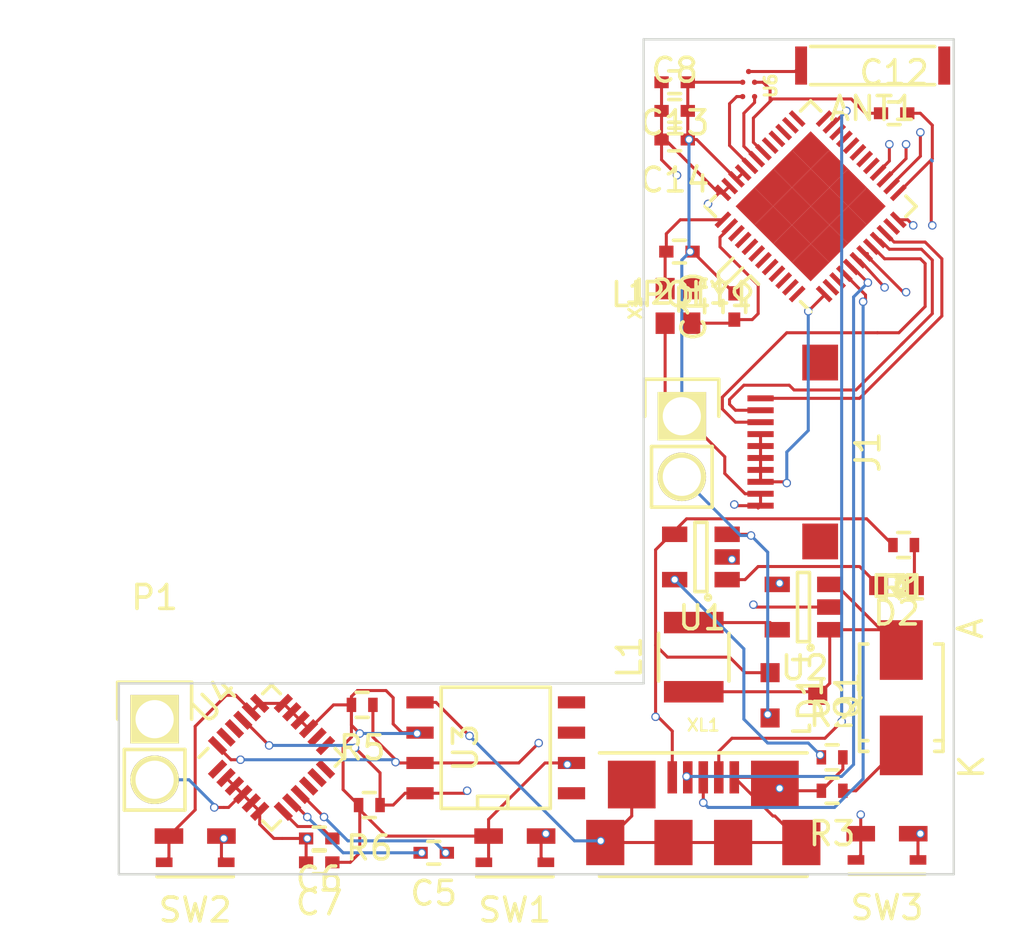
<source format=kicad_pcb>
(kicad_pcb (version 4) (host pcbnew "(2015-04-30 BZR 5634)-product")

  (general
    (links 108)
    (no_connects 1)
    (area 145.140856 78.848 191.216286 118.102)
    (thickness 1.6)
    (drawings 6)
    (tracks 479)
    (zones 0)
    (modules 33)
    (nets 66)
  )

  (page A4)
  (layers
    (0 F.Cu signal)
    (1 In1.Cu signal)
    (2 In2.Cu signal)
    (31 B.Cu signal)
    (32 B.Adhes user)
    (33 F.Adhes user)
    (34 B.Paste user)
    (35 F.Paste user)
    (36 B.SilkS user)
    (37 F.SilkS user)
    (38 B.Mask user)
    (39 F.Mask user)
    (40 Dwgs.User user)
    (41 Cmts.User user)
    (42 Eco1.User user)
    (43 Eco2.User user)
    (44 Edge.Cuts user)
    (45 Margin user)
    (46 B.CrtYd user)
    (47 F.CrtYd user)
    (48 B.Fab user)
    (49 F.Fab user)
  )

  (setup
    (last_trace_width 0.127)
    (trace_clearance 0.127)
    (zone_clearance 0.508)
    (zone_45_only no)
    (trace_min 0.127)
    (segment_width 0.2)
    (edge_width 0.1)
    (via_size 0.355)
    (via_drill 0.254)
    (via_min_size 0.355)
    (via_min_drill 0.254)
    (uvia_size 0.3)
    (uvia_drill 0.1)
    (uvias_allowed no)
    (uvia_min_size 0.2)
    (uvia_min_drill 0.1)
    (pcb_text_width 0.3)
    (pcb_text_size 0.3 0.3)
    (mod_edge_width 0.15)
    (mod_text_size 0.3 0.3)
    (mod_text_width 0.15)
    (pad_size 1.5 1.5)
    (pad_drill 0.6)
    (pad_to_mask_clearance 0)
    (aux_axis_origin 0 0)
    (visible_elements FFFEEE6F)
    (pcbplotparams
      (layerselection 0x010f0_80000007)
      (usegerberextensions true)
      (excludeedgelayer true)
      (linewidth 0.100000)
      (plotframeref false)
      (viasonmask false)
      (mode 1)
      (useauxorigin false)
      (hpglpennumber 1)
      (hpglpenspeed 20)
      (hpglpendiameter 15)
      (hpglpenoverlay 2)
      (psnegative false)
      (psa4output false)
      (plotreference false)
      (plotvalue false)
      (plotinvisibletext false)
      (padsonsilk false)
      (subtractmaskfromsilk true)
      (outputformat 1)
      (mirror false)
      (drillshape 0)
      (scaleselection 1)
      (outputdirectory ""))
  )

  (net 0 "")
  (net 1 GND)
  (net 2 "Net-(12pf1-Pad2)")
  (net 3 "Net-(C5-Pad1)")
  (net 4 "Net-(C5-Pad2)")
  (net 5 "Net-(C6-Pad1)")
  (net 6 VCC)
  (net 7 "Net-(C10-Pad1)")
  (net 8 "Net-(C12-Pad1)")
  (net 9 "Net-(D2-Pad1)")
  (net 10 "Net-(L1-Pad2)")
  (net 11 "Net-(R2-Pad1)")
  (net 12 SDA)
  (net 13 SCL)
  (net 14 "Net-(U3-Pad4)")
  (net 15 "Net-(U3-Pad3)")
  (net 16 "Net-(U3-Pad1)")
  (net 17 "Net-(U4-Pad1)")
  (net 18 "Net-(U4-Pad10)")
  (net 19 "Net-(U4-Pad11)")
  (net 20 "Net-(U4-Pad12)")
  (net 21 "Net-(U4-Pad13)")
  (net 22 "Net-(U4-Pad14)")
  (net 23 "Net-(U5-Pad2)")
  (net 24 "Net-(U5-Pad3)")
  (net 25 "Net-(SW1-Pad2)")
  (net 26 "Net-(SW2-Pad2)")
  (net 27 "Net-(SW3-Pad2)")
  (net 28 "Net-(U5-Pad17)")
  (net 29 "Net-(U5-Pad18)")
  (net 30 "Net-(U5-Pad19)")
  (net 31 "Net-(U5-Pad20)")
  (net 32 "Net-(U5-Pad21)")
  (net 33 "Net-(U5-Pad22)")
  (net 34 "Net-(U5-Pad24)")
  (net 35 "Net-(U5-Pad25)")
  (net 36 "Net-(U5-Pad26)")
  (net 37 "Net-(U5-Pad27)")
  (net 38 "Net-(U5-Pad28)")
  (net 39 "Net-(U5-Pad29)")
  (net 40 "Net-(U5-Pad31)")
  (net 41 "Net-(U5-Pad32)")
  (net 42 DISPLAY_SCK)
  (net 43 DISPLAY_MOSI)
  (net 44 DISPLAY_SS)
  (net 45 "Net-(U5-Pad39)")
  (net 46 "Net-(U5-Pad40)")
  (net 47 "Net-(U5-Pad41)")
  (net 48 "Net-(U5-Pad42)")
  (net 49 "Net-(U5-Pad43)")
  (net 50 "Net-(U5-Pad44)")
  (net 51 "Net-(U5-Pad45)")
  (net 52 "Net-(U4-Pad22)")
  (net 53 "Net-(U4-Pad23)")
  (net 54 "Net-(ANT1-Pad1)")
  (net 55 /TX)
  (net 56 /RX)
  (net 57 "Net-(U5-Pad11)")
  (net 58 /Reset)
  (net 59 "Net-(U5-Pad46)")
  (net 60 "Net-(U5-Pad47)")
  (net 61 "Net-(U5-Pad48)")
  (net 62 "Net-(LIPOLY1-Pad2)")
  (net 63 /EXTVCC)
  (net 64 /Regulator_In)
  (net 65 /STAT)

  (net_class Default "This is the default net class."
    (clearance 0.127)
    (trace_width 0.127)
    (via_dia 0.355)
    (via_drill 0.254)
    (uvia_dia 0.3)
    (uvia_drill 0.1)
    (add_net /EXTVCC)
    (add_net /RX)
    (add_net /Regulator_In)
    (add_net /Reset)
    (add_net /STAT)
    (add_net /TX)
    (add_net DISPLAY_MOSI)
    (add_net DISPLAY_SCK)
    (add_net DISPLAY_SS)
    (add_net GND)
    (add_net "Net-(12pf1-Pad2)")
    (add_net "Net-(ANT1-Pad1)")
    (add_net "Net-(C10-Pad1)")
    (add_net "Net-(C12-Pad1)")
    (add_net "Net-(C5-Pad1)")
    (add_net "Net-(C5-Pad2)")
    (add_net "Net-(C6-Pad1)")
    (add_net "Net-(D2-Pad1)")
    (add_net "Net-(L1-Pad2)")
    (add_net "Net-(LIPOLY1-Pad2)")
    (add_net "Net-(R2-Pad1)")
    (add_net "Net-(SW1-Pad2)")
    (add_net "Net-(SW2-Pad2)")
    (add_net "Net-(SW3-Pad2)")
    (add_net "Net-(U3-Pad1)")
    (add_net "Net-(U3-Pad3)")
    (add_net "Net-(U3-Pad4)")
    (add_net "Net-(U4-Pad1)")
    (add_net "Net-(U4-Pad10)")
    (add_net "Net-(U4-Pad11)")
    (add_net "Net-(U4-Pad12)")
    (add_net "Net-(U4-Pad13)")
    (add_net "Net-(U4-Pad14)")
    (add_net "Net-(U4-Pad22)")
    (add_net "Net-(U4-Pad23)")
    (add_net "Net-(U5-Pad11)")
    (add_net "Net-(U5-Pad17)")
    (add_net "Net-(U5-Pad18)")
    (add_net "Net-(U5-Pad19)")
    (add_net "Net-(U5-Pad2)")
    (add_net "Net-(U5-Pad20)")
    (add_net "Net-(U5-Pad21)")
    (add_net "Net-(U5-Pad22)")
    (add_net "Net-(U5-Pad24)")
    (add_net "Net-(U5-Pad25)")
    (add_net "Net-(U5-Pad26)")
    (add_net "Net-(U5-Pad27)")
    (add_net "Net-(U5-Pad28)")
    (add_net "Net-(U5-Pad29)")
    (add_net "Net-(U5-Pad3)")
    (add_net "Net-(U5-Pad31)")
    (add_net "Net-(U5-Pad32)")
    (add_net "Net-(U5-Pad39)")
    (add_net "Net-(U5-Pad40)")
    (add_net "Net-(U5-Pad41)")
    (add_net "Net-(U5-Pad42)")
    (add_net "Net-(U5-Pad43)")
    (add_net "Net-(U5-Pad44)")
    (add_net "Net-(U5-Pad45)")
    (add_net "Net-(U5-Pad46)")
    (add_net "Net-(U5-Pad47)")
    (add_net "Net-(U5-Pad48)")
    (add_net SCL)
    (add_net SDA)
    (add_net VCC)
  )

  (module Capacitors_SMD:C_0402 (layer F.Cu) (tedit 5415D599) (tstamp 55458BA3)
    (at 173.7 89.6 180)
    (descr "Capacitor SMD 0402, reflow soldering, AVX (see smccp.pdf)")
    (tags "capacitor 0402")
    (path /5500DAB9)
    (attr smd)
    (fp_text reference 12pf1 (at 0 -1.7 180) (layer F.SilkS)
      (effects (font (size 1 1) (thickness 0.15)))
    )
    (fp_text value C9 (at 0 1.7 180) (layer F.Fab)
      (effects (font (size 1 1) (thickness 0.15)))
    )
    (fp_line (start -1.15 -0.6) (end 1.15 -0.6) (layer F.CrtYd) (width 0.05))
    (fp_line (start -1.15 0.6) (end 1.15 0.6) (layer F.CrtYd) (width 0.05))
    (fp_line (start -1.15 -0.6) (end -1.15 0.6) (layer F.CrtYd) (width 0.05))
    (fp_line (start 1.15 -0.6) (end 1.15 0.6) (layer F.CrtYd) (width 0.05))
    (fp_line (start 0.25 -0.475) (end -0.25 -0.475) (layer F.SilkS) (width 0.15))
    (fp_line (start -0.25 0.475) (end 0.25 0.475) (layer F.SilkS) (width 0.15))
    (pad 1 smd rect (at -0.55 0 180) (size 0.6 0.5) (layers F.Cu F.Paste F.Mask)
      (net 1 GND))
    (pad 2 smd rect (at 0.55 0 180) (size 0.6 0.5) (layers F.Cu F.Paste F.Mask)
      (net 2 "Net-(12pf1-Pad2)"))
    (model Capacitors_SMD.3dshapes/C_0402.wrl
      (at (xyz 0 0 0))
      (scale (xyz 1 1 1))
      (rotate (xyz 0 0 0))
    )
  )

  (module Capacitors_SMD:C_0402 (layer F.Cu) (tedit 5415D599) (tstamp 55458BBB)
    (at 163.4 114.8 180)
    (descr "Capacitor SMD 0402, reflow soldering, AVX (see smccp.pdf)")
    (tags "capacitor 0402")
    (path /5470F658)
    (attr smd)
    (fp_text reference C5 (at 0 -1.7 180) (layer F.SilkS)
      (effects (font (size 1 1) (thickness 0.15)))
    )
    (fp_text value .22uf (at 0 1.7 180) (layer F.Fab)
      (effects (font (size 1 1) (thickness 0.15)))
    )
    (fp_line (start -1.15 -0.6) (end 1.15 -0.6) (layer F.CrtYd) (width 0.05))
    (fp_line (start -1.15 0.6) (end 1.15 0.6) (layer F.CrtYd) (width 0.05))
    (fp_line (start -1.15 -0.6) (end -1.15 0.6) (layer F.CrtYd) (width 0.05))
    (fp_line (start 1.15 -0.6) (end 1.15 0.6) (layer F.CrtYd) (width 0.05))
    (fp_line (start 0.25 -0.475) (end -0.25 -0.475) (layer F.SilkS) (width 0.15))
    (fp_line (start -0.25 0.475) (end 0.25 0.475) (layer F.SilkS) (width 0.15))
    (pad 1 smd rect (at -0.55 0 180) (size 0.6 0.5) (layers F.Cu F.Paste F.Mask)
      (net 3 "Net-(C5-Pad1)"))
    (pad 2 smd rect (at 0.55 0 180) (size 0.6 0.5) (layers F.Cu F.Paste F.Mask)
      (net 4 "Net-(C5-Pad2)"))
    (model Capacitors_SMD.3dshapes/C_0402.wrl
      (at (xyz 0 0 0))
      (scale (xyz 1 1 1))
      (rotate (xyz 0 0 0))
    )
  )

  (module Capacitors_SMD:C_0402 (layer F.Cu) (tedit 5415D599) (tstamp 55458BC7)
    (at 158.6 114.2 180)
    (descr "Capacitor SMD 0402, reflow soldering, AVX (see smccp.pdf)")
    (tags "capacitor 0402")
    (path /5470F78B)
    (attr smd)
    (fp_text reference C6 (at 0 -1.7 180) (layer F.SilkS)
      (effects (font (size 1 1) (thickness 0.15)))
    )
    (fp_text value 4.7uf (at 0 1.7 180) (layer F.Fab)
      (effects (font (size 1 1) (thickness 0.15)))
    )
    (fp_line (start -1.15 -0.6) (end 1.15 -0.6) (layer F.CrtYd) (width 0.05))
    (fp_line (start -1.15 0.6) (end 1.15 0.6) (layer F.CrtYd) (width 0.05))
    (fp_line (start -1.15 -0.6) (end -1.15 0.6) (layer F.CrtYd) (width 0.05))
    (fp_line (start 1.15 -0.6) (end 1.15 0.6) (layer F.CrtYd) (width 0.05))
    (fp_line (start 0.25 -0.475) (end -0.25 -0.475) (layer F.SilkS) (width 0.15))
    (fp_line (start -0.25 0.475) (end 0.25 0.475) (layer F.SilkS) (width 0.15))
    (pad 1 smd rect (at -0.55 0 180) (size 0.6 0.5) (layers F.Cu F.Paste F.Mask)
      (net 5 "Net-(C6-Pad1)"))
    (pad 2 smd rect (at 0.55 0 180) (size 0.6 0.5) (layers F.Cu F.Paste F.Mask)
      (net 1 GND))
    (model Capacitors_SMD.3dshapes/C_0402.wrl
      (at (xyz 0 0 0))
      (scale (xyz 1 1 1))
      (rotate (xyz 0 0 0))
    )
  )

  (module Capacitors_SMD:C_0402 (layer F.Cu) (tedit 5415D599) (tstamp 55458BD3)
    (at 158.6 115.2 180)
    (descr "Capacitor SMD 0402, reflow soldering, AVX (see smccp.pdf)")
    (tags "capacitor 0402")
    (path /5470F946)
    (attr smd)
    (fp_text reference C7 (at 0 -1.7 180) (layer F.SilkS)
      (effects (font (size 1 1) (thickness 0.15)))
    )
    (fp_text value 10uf (at 0 1.7 180) (layer F.Fab)
      (effects (font (size 1 1) (thickness 0.15)))
    )
    (fp_line (start -1.15 -0.6) (end 1.15 -0.6) (layer F.CrtYd) (width 0.05))
    (fp_line (start -1.15 0.6) (end 1.15 0.6) (layer F.CrtYd) (width 0.05))
    (fp_line (start -1.15 -0.6) (end -1.15 0.6) (layer F.CrtYd) (width 0.05))
    (fp_line (start 1.15 -0.6) (end 1.15 0.6) (layer F.CrtYd) (width 0.05))
    (fp_line (start 0.25 -0.475) (end -0.25 -0.475) (layer F.SilkS) (width 0.15))
    (fp_line (start -0.25 0.475) (end 0.25 0.475) (layer F.SilkS) (width 0.15))
    (pad 1 smd rect (at -0.55 0 180) (size 0.6 0.5) (layers F.Cu F.Paste F.Mask)
      (net 6 VCC))
    (pad 2 smd rect (at 0.55 0 180) (size 0.6 0.5) (layers F.Cu F.Paste F.Mask)
      (net 1 GND))
    (model Capacitors_SMD.3dshapes/C_0402.wrl
      (at (xyz 0 0 0))
      (scale (xyz 1 1 1))
      (rotate (xyz 0 0 0))
    )
  )

  (module Capacitors_SMD:C_0402 (layer F.Cu) (tedit 5415D599) (tstamp 55458BDF)
    (at 173.5 83.7)
    (descr "Capacitor SMD 0402, reflow soldering, AVX (see smccp.pdf)")
    (tags "capacitor 0402")
    (path /5470F955)
    (attr smd)
    (fp_text reference C8 (at 0 -1.7) (layer F.SilkS)
      (effects (font (size 1 1) (thickness 0.15)))
    )
    (fp_text value 0.1uf (at 0 1.7) (layer F.Fab)
      (effects (font (size 1 1) (thickness 0.15)))
    )
    (fp_line (start -1.15 -0.6) (end 1.15 -0.6) (layer F.CrtYd) (width 0.05))
    (fp_line (start -1.15 0.6) (end 1.15 0.6) (layer F.CrtYd) (width 0.05))
    (fp_line (start -1.15 -0.6) (end -1.15 0.6) (layer F.CrtYd) (width 0.05))
    (fp_line (start 1.15 -0.6) (end 1.15 0.6) (layer F.CrtYd) (width 0.05))
    (fp_line (start 0.25 -0.475) (end -0.25 -0.475) (layer F.SilkS) (width 0.15))
    (fp_line (start -0.25 0.475) (end 0.25 0.475) (layer F.SilkS) (width 0.15))
    (pad 1 smd rect (at -0.55 0) (size 0.6 0.5) (layers F.Cu F.Paste F.Mask)
      (net 6 VCC))
    (pad 2 smd rect (at 0.55 0) (size 0.6 0.5) (layers F.Cu F.Paste F.Mask)
      (net 1 GND))
    (model Capacitors_SMD.3dshapes/C_0402.wrl
      (at (xyz 0 0 0))
      (scale (xyz 1 1 1))
      (rotate (xyz 0 0 0))
    )
  )

  (module Capacitors_SMD:C_0402 (layer F.Cu) (tedit 5415D599) (tstamp 55458BEB)
    (at 176 91.9 90)
    (descr "Capacitor SMD 0402, reflow soldering, AVX (see smccp.pdf)")
    (tags "capacitor 0402")
    (path /5500DAAA)
    (attr smd)
    (fp_text reference C10 (at 0 -1.7 90) (layer F.SilkS)
      (effects (font (size 1 1) (thickness 0.15)))
    )
    (fp_text value 12pf (at 0 1.7 90) (layer F.Fab)
      (effects (font (size 1 1) (thickness 0.15)))
    )
    (fp_line (start -1.15 -0.6) (end 1.15 -0.6) (layer F.CrtYd) (width 0.05))
    (fp_line (start -1.15 0.6) (end 1.15 0.6) (layer F.CrtYd) (width 0.05))
    (fp_line (start -1.15 -0.6) (end -1.15 0.6) (layer F.CrtYd) (width 0.05))
    (fp_line (start 1.15 -0.6) (end 1.15 0.6) (layer F.CrtYd) (width 0.05))
    (fp_line (start 0.25 -0.475) (end -0.25 -0.475) (layer F.SilkS) (width 0.15))
    (fp_line (start -0.25 0.475) (end 0.25 0.475) (layer F.SilkS) (width 0.15))
    (pad 1 smd rect (at -0.55 0 90) (size 0.6 0.5) (layers F.Cu F.Paste F.Mask)
      (net 7 "Net-(C10-Pad1)"))
    (pad 2 smd rect (at 0.55 0 90) (size 0.6 0.5) (layers F.Cu F.Paste F.Mask)
      (net 1 GND))
    (model Capacitors_SMD.3dshapes/C_0402.wrl
      (at (xyz 0 0 0))
      (scale (xyz 1 1 1))
      (rotate (xyz 0 0 0))
    )
  )

  (module Capacitors_SMD:C_0402 (layer F.Cu) (tedit 5415D599) (tstamp 55458BF7)
    (at 182.7 83.8)
    (descr "Capacitor SMD 0402, reflow soldering, AVX (see smccp.pdf)")
    (tags "capacitor 0402")
    (path /550A5FE9)
    (attr smd)
    (fp_text reference C12 (at 0 -1.7) (layer F.SilkS)
      (effects (font (size 1 1) (thickness 0.15)))
    )
    (fp_text value 2.2nf (at 0 1.7) (layer F.Fab)
      (effects (font (size 1 1) (thickness 0.15)))
    )
    (fp_line (start -1.15 -0.6) (end 1.15 -0.6) (layer F.CrtYd) (width 0.05))
    (fp_line (start -1.15 0.6) (end 1.15 0.6) (layer F.CrtYd) (width 0.05))
    (fp_line (start -1.15 -0.6) (end -1.15 0.6) (layer F.CrtYd) (width 0.05))
    (fp_line (start 1.15 -0.6) (end 1.15 0.6) (layer F.CrtYd) (width 0.05))
    (fp_line (start 0.25 -0.475) (end -0.25 -0.475) (layer F.SilkS) (width 0.15))
    (fp_line (start -0.25 0.475) (end 0.25 0.475) (layer F.SilkS) (width 0.15))
    (pad 1 smd rect (at -0.55 0) (size 0.6 0.5) (layers F.Cu F.Paste F.Mask)
      (net 8 "Net-(C12-Pad1)"))
    (pad 2 smd rect (at 0.55 0) (size 0.6 0.5) (layers F.Cu F.Paste F.Mask)
      (net 1 GND))
    (model Capacitors_SMD.3dshapes/C_0402.wrl
      (at (xyz 0 0 0))
      (scale (xyz 1 1 1))
      (rotate (xyz 0 0 0))
    )
  )

  (module Capacitors_SMD:C_0402 (layer F.Cu) (tedit 5415D599) (tstamp 55458C03)
    (at 173.5 82.5 180)
    (descr "Capacitor SMD 0402, reflow soldering, AVX (see smccp.pdf)")
    (tags "capacitor 0402")
    (path /550BC16E)
    (attr smd)
    (fp_text reference C13 (at 0 -1.7 180) (layer F.SilkS)
      (effects (font (size 1 1) (thickness 0.15)))
    )
    (fp_text value 0.1uf (at 0 1.7 180) (layer F.Fab)
      (effects (font (size 1 1) (thickness 0.15)))
    )
    (fp_line (start -1.15 -0.6) (end 1.15 -0.6) (layer F.CrtYd) (width 0.05))
    (fp_line (start -1.15 0.6) (end 1.15 0.6) (layer F.CrtYd) (width 0.05))
    (fp_line (start -1.15 -0.6) (end -1.15 0.6) (layer F.CrtYd) (width 0.05))
    (fp_line (start 1.15 -0.6) (end 1.15 0.6) (layer F.CrtYd) (width 0.05))
    (fp_line (start 0.25 -0.475) (end -0.25 -0.475) (layer F.SilkS) (width 0.15))
    (fp_line (start -0.25 0.475) (end 0.25 0.475) (layer F.SilkS) (width 0.15))
    (pad 1 smd rect (at -0.55 0 180) (size 0.6 0.5) (layers F.Cu F.Paste F.Mask)
      (net 1 GND))
    (pad 2 smd rect (at 0.55 0 180) (size 0.6 0.5) (layers F.Cu F.Paste F.Mask)
      (net 6 VCC))
    (model Capacitors_SMD.3dshapes/C_0402.wrl
      (at (xyz 0 0 0))
      (scale (xyz 1 1 1))
      (rotate (xyz 0 0 0))
    )
  )

  (module Capacitors_SMD:C_0402 (layer F.Cu) (tedit 5415D599) (tstamp 55458C0F)
    (at 173.5 84.9 180)
    (descr "Capacitor SMD 0402, reflow soldering, AVX (see smccp.pdf)")
    (tags "capacitor 0402")
    (path /550BC889)
    (attr smd)
    (fp_text reference C14 (at 0 -1.7 180) (layer F.SilkS)
      (effects (font (size 1 1) (thickness 0.15)))
    )
    (fp_text value 0.1uf (at 0 1.7 180) (layer F.Fab)
      (effects (font (size 1 1) (thickness 0.15)))
    )
    (fp_line (start -1.15 -0.6) (end 1.15 -0.6) (layer F.CrtYd) (width 0.05))
    (fp_line (start -1.15 0.6) (end 1.15 0.6) (layer F.CrtYd) (width 0.05))
    (fp_line (start -1.15 -0.6) (end -1.15 0.6) (layer F.CrtYd) (width 0.05))
    (fp_line (start 1.15 -0.6) (end 1.15 0.6) (layer F.CrtYd) (width 0.05))
    (fp_line (start 0.25 -0.475) (end -0.25 -0.475) (layer F.SilkS) (width 0.15))
    (fp_line (start -0.25 0.475) (end 0.25 0.475) (layer F.SilkS) (width 0.15))
    (pad 1 smd rect (at -0.55 0 180) (size 0.6 0.5) (layers F.Cu F.Paste F.Mask)
      (net 1 GND))
    (pad 2 smd rect (at 0.55 0 180) (size 0.6 0.5) (layers F.Cu F.Paste F.Mask)
      (net 6 VCC))
    (model Capacitors_SMD.3dshapes/C_0402.wrl
      (at (xyz 0 0 0))
      (scale (xyz 1 1 1))
      (rotate (xyz 0 0 0))
    )
  )

  (module Diodes_SMD:Diode-SMA_Standard (layer F.Cu) (tedit 552FF239) (tstamp 55458C24)
    (at 183 108.3 90)
    (descr "Diode SMA")
    (tags "Diode SMA")
    (path /546DA185)
    (attr smd)
    (fp_text reference D1 (at 0 -3.81 90) (layer F.SilkS)
      (effects (font (size 1 1) (thickness 0.15)))
    )
    (fp_text value DIODESCH (at 0 4.3 90) (layer F.Fab)
      (effects (font (size 1 1) (thickness 0.15)))
    )
    (fp_line (start -3.5 -2) (end 3.5 -2) (layer F.CrtYd) (width 0.05))
    (fp_line (start 3.5 -2) (end 3.5 2) (layer F.CrtYd) (width 0.05))
    (fp_line (start 3.5 2) (end -3.5 2) (layer F.CrtYd) (width 0.05))
    (fp_line (start -3.5 2) (end -3.5 -2) (layer F.CrtYd) (width 0.05))
    (fp_text user K (at -2.9 2.95 90) (layer F.SilkS)
      (effects (font (size 1 1) (thickness 0.15)))
    )
    (fp_text user A (at 2.9 2.9 90) (layer F.SilkS)
      (effects (font (size 1 1) (thickness 0.15)))
    )
    (fp_circle (center 0 0) (end 0.20066 -0.0508) (layer F.Adhes) (width 0.381))
    (fp_line (start -1.79914 1.75006) (end -1.79914 1.39954) (layer F.SilkS) (width 0.15))
    (fp_line (start -1.79914 -1.75006) (end -1.79914 -1.39954) (layer F.SilkS) (width 0.15))
    (fp_line (start 2.25044 1.75006) (end 2.25044 1.39954) (layer F.SilkS) (width 0.15))
    (fp_line (start -2.25044 1.75006) (end -2.25044 1.39954) (layer F.SilkS) (width 0.15))
    (fp_line (start -2.25044 -1.75006) (end -2.25044 -1.39954) (layer F.SilkS) (width 0.15))
    (fp_line (start 2.25044 -1.75006) (end 2.25044 -1.39954) (layer F.SilkS) (width 0.15))
    (fp_line (start -2.25044 1.75006) (end 2.25044 1.75006) (layer F.SilkS) (width 0.15))
    (fp_line (start -2.25044 -1.75006) (end 2.25044 -1.75006) (layer F.SilkS) (width 0.15))
    (pad 1 smd rect (at -1.99898 0 90) (size 2.49936 1.80086) (layers F.Cu F.Paste F.Mask)
      (net 63 /EXTVCC))
    (pad 2 smd rect (at 1.99898 0 90) (size 2.49936 1.80086) (layers F.Cu F.Paste F.Mask)
      (net 64 /Regulator_In))
    (model Diodes_SMD.3dshapes/Diode-SMA_Standard.wrl
      (at (xyz 0 0 0))
      (scale (xyz 0.3937 0.3937 0.3937))
      (rotate (xyz 0 0 180))
    )
  )

  (module LEDs:LED-0603 (layer F.Cu) (tedit 5538B18B) (tstamp 55458C40)
    (at 182.8 103.6 180)
    (descr "LED 0603 smd package")
    (tags "LED led 0603 SMD smd SMT smt smdled SMDLED smtled SMTLED")
    (path /546D9A7B)
    (attr smd)
    (fp_text reference D2 (at 0 -1.15 180) (layer F.SilkS)
      (effects (font (size 1 1) (thickness 0.15)))
    )
    (fp_text value LED (at 0 1.2 180) (layer F.Fab)
      (effects (font (size 1 1) (thickness 0.15)))
    )
    (fp_line (start -0.44958 -0.44958) (end -0.44958 0.44958) (layer F.SilkS) (width 0.15))
    (fp_line (start -0.44958 0.44958) (end -0.84836 0.44958) (layer F.SilkS) (width 0.15))
    (fp_line (start -0.84836 -0.44958) (end -0.84836 0.44958) (layer F.SilkS) (width 0.15))
    (fp_line (start -0.44958 -0.44958) (end -0.84836 -0.44958) (layer F.SilkS) (width 0.15))
    (fp_line (start 0.84836 -0.44958) (end 0.84836 0.44958) (layer F.SilkS) (width 0.15))
    (fp_line (start 0.84836 0.44958) (end 0.44958 0.44958) (layer F.SilkS) (width 0.15))
    (fp_line (start 0.44958 -0.44958) (end 0.44958 0.44958) (layer F.SilkS) (width 0.15))
    (fp_line (start 0.84836 -0.44958) (end 0.44958 -0.44958) (layer F.SilkS) (width 0.15))
    (fp_line (start 0 -0.44958) (end 0 -0.29972) (layer F.SilkS) (width 0.15))
    (fp_line (start 0 -0.29972) (end -0.29972 -0.29972) (layer F.SilkS) (width 0.15))
    (fp_line (start -0.29972 -0.44958) (end -0.29972 -0.29972) (layer F.SilkS) (width 0.15))
    (fp_line (start 0 -0.44958) (end -0.29972 -0.44958) (layer F.SilkS) (width 0.15))
    (fp_line (start 0 0.29972) (end 0 0.44958) (layer F.SilkS) (width 0.15))
    (fp_line (start 0 0.44958) (end -0.29972 0.44958) (layer F.SilkS) (width 0.15))
    (fp_line (start -0.29972 0.29972) (end -0.29972 0.44958) (layer F.SilkS) (width 0.15))
    (fp_line (start 0 0.29972) (end -0.29972 0.29972) (layer F.SilkS) (width 0.15))
    (fp_line (start 0 -0.14986) (end 0 0.14986) (layer F.SilkS) (width 0.15))
    (fp_line (start 0 0.14986) (end -0.29972 0.14986) (layer F.SilkS) (width 0.15))
    (fp_line (start -0.29972 -0.14986) (end -0.29972 0.14986) (layer F.SilkS) (width 0.15))
    (fp_line (start 0 -0.14986) (end -0.29972 -0.14986) (layer F.SilkS) (width 0.15))
    (fp_line (start -0.44958 -0.39878) (end 0.44958 -0.39878) (layer F.SilkS) (width 0.15))
    (fp_line (start -0.44958 0.39878) (end 0.44958 0.39878) (layer F.SilkS) (width 0.15))
    (pad 2 smd rect (at 0.7493 0) (size 0.79756 0.79756) (layers F.Cu F.Paste F.Mask)
      (net 65 /STAT))
    (pad 1 smd rect (at -0.7493 0) (size 0.79756 0.79756) (layers F.Cu F.Paste F.Mask)
      (net 9 "Net-(D2-Pad1)"))
  )

  (module Resistors_SMD:R_1210 (layer F.Cu) (tedit 5415D182) (tstamp 55458C4C)
    (at 174.3 106.6 90)
    (descr "Resistor SMD 1210, reflow soldering, Vishay (see dcrcw.pdf)")
    (tags "resistor 1210")
    (path /546DAAA2)
    (attr smd)
    (fp_text reference L1 (at 0 -2.7 90) (layer F.SilkS)
      (effects (font (size 1 1) (thickness 0.15)))
    )
    (fp_text value 10uH (at 0 2.7 90) (layer F.Fab)
      (effects (font (size 1 1) (thickness 0.15)))
    )
    (fp_line (start -2.2 -1.6) (end 2.2 -1.6) (layer F.CrtYd) (width 0.05))
    (fp_line (start -2.2 1.6) (end 2.2 1.6) (layer F.CrtYd) (width 0.05))
    (fp_line (start -2.2 -1.6) (end -2.2 1.6) (layer F.CrtYd) (width 0.05))
    (fp_line (start 2.2 -1.6) (end 2.2 1.6) (layer F.CrtYd) (width 0.05))
    (fp_line (start 1 1.475) (end -1 1.475) (layer F.SilkS) (width 0.15))
    (fp_line (start -1 -1.475) (end 1 -1.475) (layer F.SilkS) (width 0.15))
    (pad 1 smd rect (at -1.45 0 90) (size 0.9 2.5) (layers F.Cu F.Paste F.Mask)
      (net 64 /Regulator_In))
    (pad 2 smd rect (at 1.45 0 90) (size 0.9 2.5) (layers F.Cu F.Paste F.Mask)
      (net 10 "Net-(L1-Pad2)"))
    (model Resistors_SMD.3dshapes/R_1210.wrl
      (at (xyz 0 0 0))
      (scale (xyz 1 1 1))
      (rotate (xyz 0 0 0))
    )
  )

  (module Housings_SOT-23_SOT-143_TSOT-6:SOT-23 (layer F.Cu) (tedit 553634F8) (tstamp 55458C5C)
    (at 178.5 108.2 270)
    (descr "SOT-23, Standard")
    (tags SOT-23)
    (path /546DA02D)
    (attr smd)
    (fp_text reference Q1 (at 0 -2.25 270) (layer F.SilkS)
      (effects (font (size 1 1) (thickness 0.15)))
    )
    (fp_text value MOSFET_P (at 0 2.3 270) (layer F.Fab)
      (effects (font (size 1 1) (thickness 0.15)))
    )
    (fp_line (start -1.65 -1.6) (end 1.65 -1.6) (layer F.CrtYd) (width 0.05))
    (fp_line (start 1.65 -1.6) (end 1.65 1.6) (layer F.CrtYd) (width 0.05))
    (fp_line (start 1.65 1.6) (end -1.65 1.6) (layer F.CrtYd) (width 0.05))
    (fp_line (start -1.65 1.6) (end -1.65 -1.6) (layer F.CrtYd) (width 0.05))
    (fp_line (start 1.29916 -0.65024) (end 1.2509 -0.65024) (layer F.SilkS) (width 0.15))
    (fp_line (start -1.49982 0.0508) (end -1.49982 -0.65024) (layer F.SilkS) (width 0.15))
    (fp_line (start -1.49982 -0.65024) (end -1.2509 -0.65024) (layer F.SilkS) (width 0.15))
    (fp_line (start 1.29916 -0.65024) (end 1.49982 -0.65024) (layer F.SilkS) (width 0.15))
    (fp_line (start 1.49982 -0.65024) (end 1.49982 0.0508) (layer F.SilkS) (width 0.15))
    (pad 1 smd rect (at -0.95 1.00076 270) (size 0.8001 0.8001) (layers F.Cu F.Paste F.Mask)
      (net 63 /EXTVCC))
    (pad 2 smd rect (at 0.95 1.00076 270) (size 0.8001 0.8001) (layers F.Cu F.Paste F.Mask)
      (net 62 "Net-(LIPOLY1-Pad2)"))
    (pad 3 smd rect (at 0 -0.99822 270) (size 0.8001 0.8001) (layers F.Cu F.Paste F.Mask)
      (net 64 /Regulator_In))
    (model Housings_SOT-23_SOT-143_TSOT-6.3dshapes/SOT-23.wrl
      (at (xyz 0 0 0))
      (scale (xyz 1 1 1))
      (rotate (xyz 0 0 0))
    )
  )

  (module Resistors_SMD:R_0402 (layer F.Cu) (tedit 5415CBB8) (tstamp 55458C68)
    (at 183.1 101.9 180)
    (descr "Resistor SMD 0402, reflow soldering, Vishay (see dcrcw.pdf)")
    (tags "resistor 0402")
    (path /546D9A64)
    (attr smd)
    (fp_text reference R1 (at 0 -1.8 180) (layer F.SilkS)
      (effects (font (size 1 1) (thickness 0.15)))
    )
    (fp_text value 47Ω (at 0 1.8 180) (layer F.Fab)
      (effects (font (size 1 1) (thickness 0.15)))
    )
    (fp_line (start -0.95 -0.65) (end 0.95 -0.65) (layer F.CrtYd) (width 0.05))
    (fp_line (start -0.95 0.65) (end 0.95 0.65) (layer F.CrtYd) (width 0.05))
    (fp_line (start -0.95 -0.65) (end -0.95 0.65) (layer F.CrtYd) (width 0.05))
    (fp_line (start 0.95 -0.65) (end 0.95 0.65) (layer F.CrtYd) (width 0.05))
    (fp_line (start 0.25 -0.525) (end -0.25 -0.525) (layer F.SilkS) (width 0.15))
    (fp_line (start -0.25 0.525) (end 0.25 0.525) (layer F.SilkS) (width 0.15))
    (pad 1 smd rect (at -0.45 0 180) (size 0.4 0.6) (layers F.Cu F.Paste F.Mask)
      (net 9 "Net-(D2-Pad1)"))
    (pad 2 smd rect (at 0.45 0 180) (size 0.4 0.6) (layers F.Cu F.Paste F.Mask)
      (net 63 /EXTVCC))
    (model Resistors_SMD.3dshapes/R_0402.wrl
      (at (xyz 0 0 0))
      (scale (xyz 1 1 1))
      (rotate (xyz 0 0 0))
    )
  )

  (module Resistors_SMD:R_0402 (layer F.Cu) (tedit 5415CBB8) (tstamp 55458C74)
    (at 180.1 110.8)
    (descr "Resistor SMD 0402, reflow soldering, Vishay (see dcrcw.pdf)")
    (tags "resistor 0402")
    (path /546D9C21)
    (attr smd)
    (fp_text reference R2 (at 0 -1.8) (layer F.SilkS)
      (effects (font (size 1 1) (thickness 0.15)))
    )
    (fp_text value 10kΩ (at 0 1.8) (layer F.Fab)
      (effects (font (size 1 1) (thickness 0.15)))
    )
    (fp_line (start -0.95 -0.65) (end 0.95 -0.65) (layer F.CrtYd) (width 0.05))
    (fp_line (start -0.95 0.65) (end 0.95 0.65) (layer F.CrtYd) (width 0.05))
    (fp_line (start -0.95 -0.65) (end -0.95 0.65) (layer F.CrtYd) (width 0.05))
    (fp_line (start 0.95 -0.65) (end 0.95 0.65) (layer F.CrtYd) (width 0.05))
    (fp_line (start 0.25 -0.525) (end -0.25 -0.525) (layer F.SilkS) (width 0.15))
    (fp_line (start -0.25 0.525) (end 0.25 0.525) (layer F.SilkS) (width 0.15))
    (pad 1 smd rect (at -0.45 0) (size 0.4 0.6) (layers F.Cu F.Paste F.Mask)
      (net 11 "Net-(R2-Pad1)"))
    (pad 2 smd rect (at 0.45 0) (size 0.4 0.6) (layers F.Cu F.Paste F.Mask)
      (net 1 GND))
    (model Resistors_SMD.3dshapes/R_0402.wrl
      (at (xyz 0 0 0))
      (scale (xyz 1 1 1))
      (rotate (xyz 0 0 0))
    )
  )

  (module Resistors_SMD:R_0402 (layer F.Cu) (tedit 5415CBB8) (tstamp 55458C80)
    (at 180.1 112.2 180)
    (descr "Resistor SMD 0402, reflow soldering, Vishay (see dcrcw.pdf)")
    (tags "resistor 0402")
    (path /546DA3EF)
    (attr smd)
    (fp_text reference R3 (at 0 -1.8 180) (layer F.SilkS)
      (effects (font (size 1 1) (thickness 0.15)))
    )
    (fp_text value R100kΩ (at 0 1.8 180) (layer F.Fab)
      (effects (font (size 1 1) (thickness 0.15)))
    )
    (fp_line (start -0.95 -0.65) (end 0.95 -0.65) (layer F.CrtYd) (width 0.05))
    (fp_line (start -0.95 0.65) (end 0.95 0.65) (layer F.CrtYd) (width 0.05))
    (fp_line (start -0.95 -0.65) (end -0.95 0.65) (layer F.CrtYd) (width 0.05))
    (fp_line (start 0.95 -0.65) (end 0.95 0.65) (layer F.CrtYd) (width 0.05))
    (fp_line (start 0.25 -0.525) (end -0.25 -0.525) (layer F.SilkS) (width 0.15))
    (fp_line (start -0.25 0.525) (end 0.25 0.525) (layer F.SilkS) (width 0.15))
    (pad 1 smd rect (at -0.45 0 180) (size 0.4 0.6) (layers F.Cu F.Paste F.Mask)
      (net 63 /EXTVCC))
    (pad 2 smd rect (at 0.45 0 180) (size 0.4 0.6) (layers F.Cu F.Paste F.Mask)
      (net 1 GND))
    (model Resistors_SMD.3dshapes/R_0402.wrl
      (at (xyz 0 0 0))
      (scale (xyz 1 1 1))
      (rotate (xyz 0 0 0))
    )
  )

  (module Resistors_SMD:R_0402 (layer F.Cu) (tedit 5415CBB8) (tstamp 55458C8C)
    (at 160.4 108.6 180)
    (descr "Resistor SMD 0402, reflow soldering, Vishay (see dcrcw.pdf)")
    (tags "resistor 0402")
    (path /546F5EEA)
    (attr smd)
    (fp_text reference R5 (at 0 -1.8 180) (layer F.SilkS)
      (effects (font (size 1 1) (thickness 0.15)))
    )
    (fp_text value 4.7k (at 0 1.8 180) (layer F.Fab)
      (effects (font (size 1 1) (thickness 0.15)))
    )
    (fp_line (start -0.95 -0.65) (end 0.95 -0.65) (layer F.CrtYd) (width 0.05))
    (fp_line (start -0.95 0.65) (end 0.95 0.65) (layer F.CrtYd) (width 0.05))
    (fp_line (start -0.95 -0.65) (end -0.95 0.65) (layer F.CrtYd) (width 0.05))
    (fp_line (start 0.95 -0.65) (end 0.95 0.65) (layer F.CrtYd) (width 0.05))
    (fp_line (start 0.25 -0.525) (end -0.25 -0.525) (layer F.SilkS) (width 0.15))
    (fp_line (start -0.25 0.525) (end 0.25 0.525) (layer F.SilkS) (width 0.15))
    (pad 1 smd rect (at -0.45 0 180) (size 0.4 0.6) (layers F.Cu F.Paste F.Mask)
      (net 12 SDA))
    (pad 2 smd rect (at 0.45 0 180) (size 0.4 0.6) (layers F.Cu F.Paste F.Mask)
      (net 6 VCC))
    (model Resistors_SMD.3dshapes/R_0402.wrl
      (at (xyz 0 0 0))
      (scale (xyz 1 1 1))
      (rotate (xyz 0 0 0))
    )
  )

  (module Resistors_SMD:R_0402 (layer F.Cu) (tedit 5415CBB8) (tstamp 55458C98)
    (at 160.7 112.8 180)
    (descr "Resistor SMD 0402, reflow soldering, Vishay (see dcrcw.pdf)")
    (tags "resistor 0402")
    (path /546F5F08)
    (attr smd)
    (fp_text reference R6 (at 0 -1.8 180) (layer F.SilkS)
      (effects (font (size 1 1) (thickness 0.15)))
    )
    (fp_text value 4.7k (at 0 1.8 180) (layer F.Fab)
      (effects (font (size 1 1) (thickness 0.15)))
    )
    (fp_line (start -0.95 -0.65) (end 0.95 -0.65) (layer F.CrtYd) (width 0.05))
    (fp_line (start -0.95 0.65) (end 0.95 0.65) (layer F.CrtYd) (width 0.05))
    (fp_line (start -0.95 -0.65) (end -0.95 0.65) (layer F.CrtYd) (width 0.05))
    (fp_line (start 0.95 -0.65) (end 0.95 0.65) (layer F.CrtYd) (width 0.05))
    (fp_line (start 0.25 -0.525) (end -0.25 -0.525) (layer F.SilkS) (width 0.15))
    (fp_line (start -0.25 0.525) (end 0.25 0.525) (layer F.SilkS) (width 0.15))
    (pad 1 smd rect (at -0.45 0 180) (size 0.4 0.6) (layers F.Cu F.Paste F.Mask)
      (net 13 SCL))
    (pad 2 smd rect (at 0.45 0 180) (size 0.4 0.6) (layers F.Cu F.Paste F.Mask)
      (net 6 VCC))
    (model Resistors_SMD.3dshapes/R_0402.wrl
      (at (xyz 0 0 0))
      (scale (xyz 1 1 1))
      (rotate (xyz 0 0 0))
    )
  )

  (module SMD_Packages:SOIC-8-N (layer F.Cu) (tedit 0) (tstamp 55458CAB)
    (at 166 110.4 90)
    (descr "Module Narrow CMS SOJ 8 pins large")
    (tags "CMS SOJ")
    (path /546F5D09)
    (attr smd)
    (fp_text reference U3 (at 0 -1.27 90) (layer F.SilkS)
      (effects (font (size 1 1) (thickness 0.15)))
    )
    (fp_text value DS3231 (at 0 1.27 90) (layer F.Fab)
      (effects (font (size 1 1) (thickness 0.15)))
    )
    (fp_line (start -2.54 -2.286) (end 2.54 -2.286) (layer F.SilkS) (width 0.15))
    (fp_line (start 2.54 -2.286) (end 2.54 2.286) (layer F.SilkS) (width 0.15))
    (fp_line (start 2.54 2.286) (end -2.54 2.286) (layer F.SilkS) (width 0.15))
    (fp_line (start -2.54 2.286) (end -2.54 -2.286) (layer F.SilkS) (width 0.15))
    (fp_line (start -2.54 -0.762) (end -2.032 -0.762) (layer F.SilkS) (width 0.15))
    (fp_line (start -2.032 -0.762) (end -2.032 0.508) (layer F.SilkS) (width 0.15))
    (fp_line (start -2.032 0.508) (end -2.54 0.508) (layer F.SilkS) (width 0.15))
    (pad 8 smd rect (at -1.905 -3.175 90) (size 0.508 1.143) (layers F.Cu F.Paste F.Mask)
      (net 13 SCL))
    (pad 7 smd rect (at -0.635 -3.175 90) (size 0.508 1.143) (layers F.Cu F.Paste F.Mask)
      (net 12 SDA))
    (pad 6 smd rect (at 0.635 -3.175 90) (size 0.508 1.143) (layers F.Cu F.Paste F.Mask)
      (net 6 VCC))
    (pad 5 smd rect (at 1.905 -3.175 90) (size 0.508 1.143) (layers F.Cu F.Paste F.Mask)
      (net 1 GND))
    (pad 4 smd rect (at 1.905 3.175 90) (size 0.508 1.143) (layers F.Cu F.Paste F.Mask)
      (net 14 "Net-(U3-Pad4)"))
    (pad 3 smd rect (at 0.635 3.175 90) (size 0.508 1.143) (layers F.Cu F.Paste F.Mask)
      (net 15 "Net-(U3-Pad3)"))
    (pad 2 smd rect (at -0.635 3.175 90) (size 0.508 1.143) (layers F.Cu F.Paste F.Mask)
      (net 6 VCC))
    (pad 1 smd rect (at -1.905 3.175 90) (size 0.508 1.143) (layers F.Cu F.Paste F.Mask)
      (net 16 "Net-(U3-Pad1)"))
    (model SMD_Packages.3dshapes/SOIC-8-N.wrl
      (at (xyz 0 0 0))
      (scale (xyz 0.5 0.38 0.5))
      (rotate (xyz 0 0 0))
    )
  )

  (module Housings_SOT-23_SOT-143_TSOT-6:SOT-23-5 (layer F.Cu) (tedit 55360473) (tstamp 55471B8D)
    (at 174.6 102.4 180)
    (descr "5-pin SOT23 package")
    (tags SOT-23-5)
    (path /546D99EE)
    (attr smd)
    (fp_text reference U1 (at -0.05 -2.55 180) (layer F.SilkS)
      (effects (font (size 1 1) (thickness 0.15)))
    )
    (fp_text value IC_MCP73831 (at -0.05 2.35 180) (layer F.Fab)
      (effects (font (size 1 1) (thickness 0.15)))
    )
    (fp_line (start -1.8 -1.6) (end 1.8 -1.6) (layer F.CrtYd) (width 0.05))
    (fp_line (start 1.8 -1.6) (end 1.8 1.6) (layer F.CrtYd) (width 0.05))
    (fp_line (start 1.8 1.6) (end -1.8 1.6) (layer F.CrtYd) (width 0.05))
    (fp_line (start -1.8 1.6) (end -1.8 -1.6) (layer F.CrtYd) (width 0.05))
    (fp_circle (center -0.3 -1.7) (end -0.2 -1.7) (layer F.SilkS) (width 0.15))
    (fp_line (start 0.25 -1.45) (end -0.25 -1.45) (layer F.SilkS) (width 0.15))
    (fp_line (start 0.25 1.45) (end 0.25 -1.45) (layer F.SilkS) (width 0.15))
    (fp_line (start -0.25 1.45) (end 0.25 1.45) (layer F.SilkS) (width 0.15))
    (fp_line (start -0.25 -1.45) (end -0.25 1.45) (layer F.SilkS) (width 0.15))
    (pad 1 smd rect (at -1.1 -0.95 180) (size 1.06 0.65) (layers F.Cu F.Paste F.Mask)
      (net 65 /STAT))
    (pad 2 smd rect (at -1.1 0 180) (size 1.06 0.65) (layers F.Cu F.Paste F.Mask)
      (net 1 GND))
    (pad 3 smd rect (at -1.1 0.95 180) (size 1.06 0.65) (layers F.Cu F.Paste F.Mask)
      (net 62 "Net-(LIPOLY1-Pad2)"))
    (pad 4 smd rect (at 1.1 0.95 180) (size 1.06 0.65) (layers F.Cu F.Paste F.Mask)
      (net 63 /EXTVCC))
    (pad 5 smd rect (at 1.1 -0.95 180) (size 1.06 0.65) (layers F.Cu F.Paste F.Mask)
      (net 11 "Net-(R2-Pad1)"))
    (model Housings_SOT-23_SOT-143_TSOT-6.3dshapes/SOT-23-5.wrl
      (at (xyz 0 0 0))
      (scale (xyz 0.11 0.11 0.11))
      (rotate (xyz 0 0 90))
    )
  )

  (module Housings_SOT-23_SOT-143_TSOT-6:SOT-23-5 (layer F.Cu) (tedit 55360473) (tstamp 55471B9F)
    (at 178.9 104.5 180)
    (descr "5-pin SOT23 package")
    (tags SOT-23-5)
    (path /546DAA54)
    (attr smd)
    (fp_text reference U2 (at -0.05 -2.55 180) (layer F.SilkS)
      (effects (font (size 1 1) (thickness 0.15)))
    )
    (fp_text value MAX1722 (at -0.05 2.35 180) (layer F.Fab)
      (effects (font (size 1 1) (thickness 0.15)))
    )
    (fp_line (start -1.8 -1.6) (end 1.8 -1.6) (layer F.CrtYd) (width 0.05))
    (fp_line (start 1.8 -1.6) (end 1.8 1.6) (layer F.CrtYd) (width 0.05))
    (fp_line (start 1.8 1.6) (end -1.8 1.6) (layer F.CrtYd) (width 0.05))
    (fp_line (start -1.8 1.6) (end -1.8 -1.6) (layer F.CrtYd) (width 0.05))
    (fp_circle (center -0.3 -1.7) (end -0.2 -1.7) (layer F.SilkS) (width 0.15))
    (fp_line (start 0.25 -1.45) (end -0.25 -1.45) (layer F.SilkS) (width 0.15))
    (fp_line (start 0.25 1.45) (end 0.25 -1.45) (layer F.SilkS) (width 0.15))
    (fp_line (start -0.25 1.45) (end 0.25 1.45) (layer F.SilkS) (width 0.15))
    (fp_line (start -0.25 -1.45) (end -0.25 1.45) (layer F.SilkS) (width 0.15))
    (pad 1 smd rect (at -1.1 -0.95 180) (size 1.06 0.65) (layers F.Cu F.Paste F.Mask)
      (net 64 /Regulator_In))
    (pad 2 smd rect (at -1.1 0 180) (size 1.06 0.65) (layers F.Cu F.Paste F.Mask)
      (net 1 GND))
    (pad 3 smd rect (at -1.1 0.95 180) (size 1.06 0.65) (layers F.Cu F.Paste F.Mask)
      (net 64 /Regulator_In))
    (pad 4 smd rect (at 1.1 0.95 180) (size 1.06 0.65) (layers F.Cu F.Paste F.Mask)
      (net 6 VCC))
    (pad 5 smd rect (at 1.1 -0.95 180) (size 1.06 0.65) (layers F.Cu F.Paste F.Mask)
      (net 10 "Net-(L1-Pad2)"))
    (model Housings_SOT-23_SOT-143_TSOT-6.3dshapes/SOT-23-5.wrl
      (at (xyz 0 0 0))
      (scale (xyz 0.11 0.11 0.11))
      (rotate (xyz 0 0 90))
    )
  )

  (module watch-v4:BALUN (layer F.Cu) (tedit 55470ED2) (tstamp 55471BA8)
    (at 176.6 83 90)
    (path /550A5E51)
    (fp_text reference U6 (at 0.35 0.925 90) (layer F.SilkS)
      (effects (font (size 0.5 0.5) (thickness 0.125)))
    )
    (fp_text value BALUN (at 0.375 -0.975 90) (layer F.Fab)
      (effects (font (size 0.5 0.5) (thickness 0.125)))
    )
    (pad 5 smd circle (at 0.95 0 90) (size 0.22 0.22) (layers F.Cu F.Paste F.Mask)
      (net 54 "Net-(ANT1-Pad1)"))
    (pad 3 smd circle (at 0.5 0.25 90) (size 0.22 0.22) (layers F.Cu F.Paste F.Mask)
      (net 8 "Net-(C12-Pad1)"))
    (pad 4 smd circle (at 0.5 -0.25 90) (size 0.22 0.22) (layers F.Cu F.Paste F.Mask)
      (net 1 GND))
    (pad 1 smd circle (at -0.1 -0.25 90) (size 0.22 0.22) (layers F.Cu F.Paste F.Mask)
      (net 41 "Net-(U5-Pad32)"))
    (pad 2 smd circle (at -0.1 0.25 90) (size 0.22 0.22) (layers F.Cu F.Paste F.Mask)
      (net 40 "Net-(U5-Pad31)"))
  )

  (module Housings_DFN_QFN:UQFN-48-1EP_6x6mm_Pitch0.4mm (layer F.Cu) (tedit 54130A77) (tstamp 55472629)
    (at 179.2 87.7 135)
    (descr "48-Lead Plastic Ultra Thin Quad Flat, No Lead Package (MV) - 6x6x0.5 mm Body [UQFN]; (see Microchip Packaging Specification 00000049BS.pdf)")
    (tags "QFN 0.4")
    (path /5500094D)
    (attr smd)
    (fp_text reference U5 (at 0 -4.4 135) (layer F.SilkS)
      (effects (font (size 1 1) (thickness 0.15)))
    )
    (fp_text value NRF51822 (at 0 4.4 135) (layer F.Fab)
      (effects (font (size 1 1) (thickness 0.15)))
    )
    (fp_line (start -3.65 -3.65) (end -3.65 3.65) (layer F.CrtYd) (width 0.05))
    (fp_line (start 3.65 -3.65) (end 3.65 3.65) (layer F.CrtYd) (width 0.05))
    (fp_line (start -3.65 -3.65) (end 3.65 -3.65) (layer F.CrtYd) (width 0.05))
    (fp_line (start -3.65 3.65) (end 3.65 3.65) (layer F.CrtYd) (width 0.05))
    (fp_line (start 3.125 -3.125) (end 3.125 -2.525) (layer F.SilkS) (width 0.15))
    (fp_line (start -3.125 3.125) (end -3.125 2.525) (layer F.SilkS) (width 0.15))
    (fp_line (start 3.125 3.125) (end 3.125 2.525) (layer F.SilkS) (width 0.15))
    (fp_line (start -3.125 -3.125) (end -2.525 -3.125) (layer F.SilkS) (width 0.15))
    (fp_line (start -3.125 3.125) (end -2.525 3.125) (layer F.SilkS) (width 0.15))
    (fp_line (start 3.125 3.125) (end 2.525 3.125) (layer F.SilkS) (width 0.15))
    (fp_line (start 3.125 -3.125) (end 2.525 -3.125) (layer F.SilkS) (width 0.15))
    (pad 1 smd rect (at -3 -2.2 135) (size 0.8 0.2) (layers F.Cu F.Paste F.Mask)
      (net 6 VCC))
    (pad 2 smd rect (at -3 -1.8 135) (size 0.8 0.2) (layers F.Cu F.Paste F.Mask)
      (net 23 "Net-(U5-Pad2)"))
    (pad 3 smd rect (at -3 -1.4 135) (size 0.8 0.2) (layers F.Cu F.Paste F.Mask)
      (net 24 "Net-(U5-Pad3)"))
    (pad 4 smd rect (at -3 -1 135) (size 0.8 0.2) (layers F.Cu F.Paste F.Mask)
      (net 55 /TX))
    (pad 5 smd rect (at -3 -0.6 135) (size 0.8 0.2) (layers F.Cu F.Paste F.Mask)
      (net 56 /RX))
    (pad 6 smd rect (at -3 -0.2 135) (size 0.8 0.2) (layers F.Cu F.Paste F.Mask)
      (net 13 SCL))
    (pad 7 smd rect (at -3 0.2 135) (size 0.8 0.2) (layers F.Cu F.Paste F.Mask)
      (net 12 SDA))
    (pad 8 smd rect (at -3 0.6 135) (size 0.8 0.2) (layers F.Cu F.Paste F.Mask)
      (net 44 DISPLAY_SS))
    (pad 9 smd rect (at -3 1 135) (size 0.8 0.2) (layers F.Cu F.Paste F.Mask)
      (net 43 DISPLAY_MOSI))
    (pad 10 smd rect (at -3 1.4 135) (size 0.8 0.2) (layers F.Cu F.Paste F.Mask)
      (net 42 DISPLAY_SCK))
    (pad 11 smd rect (at -3 1.8 135) (size 0.8 0.2) (layers F.Cu F.Paste F.Mask)
      (net 57 "Net-(U5-Pad11)"))
    (pad 12 smd rect (at -3 2.2 135) (size 0.8 0.2) (layers F.Cu F.Paste F.Mask)
      (net 6 VCC))
    (pad 13 smd rect (at -2.2 3 225) (size 0.8 0.2) (layers F.Cu F.Paste F.Mask)
      (net 1 GND))
    (pad 14 smd rect (at -1.8 3 225) (size 0.8 0.2) (layers F.Cu F.Paste F.Mask)
      (net 25 "Net-(SW1-Pad2)"))
    (pad 15 smd rect (at -1.4 3 225) (size 0.8 0.2) (layers F.Cu F.Paste F.Mask)
      (net 26 "Net-(SW2-Pad2)"))
    (pad 16 smd rect (at -1 3 225) (size 0.8 0.2) (layers F.Cu F.Paste F.Mask)
      (net 27 "Net-(SW3-Pad2)"))
    (pad 17 smd rect (at -0.6 3 225) (size 0.8 0.2) (layers F.Cu F.Paste F.Mask)
      (net 28 "Net-(U5-Pad17)"))
    (pad 18 smd rect (at -0.2 3 225) (size 0.8 0.2) (layers F.Cu F.Paste F.Mask)
      (net 29 "Net-(U5-Pad18)"))
    (pad 19 smd rect (at 0.2 3 225) (size 0.8 0.2) (layers F.Cu F.Paste F.Mask)
      (net 30 "Net-(U5-Pad19)"))
    (pad 20 smd rect (at 0.6 3 225) (size 0.8 0.2) (layers F.Cu F.Paste F.Mask)
      (net 31 "Net-(U5-Pad20)"))
    (pad 21 smd rect (at 1 3 225) (size 0.8 0.2) (layers F.Cu F.Paste F.Mask)
      (net 32 "Net-(U5-Pad21)"))
    (pad 22 smd rect (at 1.4 3 225) (size 0.8 0.2) (layers F.Cu F.Paste F.Mask)
      (net 33 "Net-(U5-Pad22)"))
    (pad 23 smd rect (at 1.8 3 225) (size 0.8 0.2) (layers F.Cu F.Paste F.Mask)
      (net 58 /Reset))
    (pad 24 smd rect (at 2.2 3 225) (size 0.8 0.2) (layers F.Cu F.Paste F.Mask)
      (net 34 "Net-(U5-Pad24)"))
    (pad 25 smd rect (at 3 2.2 135) (size 0.8 0.2) (layers F.Cu F.Paste F.Mask)
      (net 35 "Net-(U5-Pad25)"))
    (pad 26 smd rect (at 3 1.8 135) (size 0.8 0.2) (layers F.Cu F.Paste F.Mask)
      (net 36 "Net-(U5-Pad26)"))
    (pad 27 smd rect (at 3 1.4 135) (size 0.8 0.2) (layers F.Cu F.Paste F.Mask)
      (net 37 "Net-(U5-Pad27)"))
    (pad 28 smd rect (at 3 1 135) (size 0.8 0.2) (layers F.Cu F.Paste F.Mask)
      (net 38 "Net-(U5-Pad28)"))
    (pad 29 smd rect (at 3 0.6 135) (size 0.8 0.2) (layers F.Cu F.Paste F.Mask)
      (net 39 "Net-(U5-Pad29)"))
    (pad 30 smd rect (at 3 0.2 135) (size 0.8 0.2) (layers F.Cu F.Paste F.Mask)
      (net 8 "Net-(C12-Pad1)"))
    (pad 31 smd rect (at 3 -0.2 135) (size 0.8 0.2) (layers F.Cu F.Paste F.Mask)
      (net 40 "Net-(U5-Pad31)"))
    (pad 32 smd rect (at 3 -0.6 135) (size 0.8 0.2) (layers F.Cu F.Paste F.Mask)
      (net 41 "Net-(U5-Pad32)"))
    (pad 33 smd rect (at 3 -1 135) (size 0.8 0.2) (layers F.Cu F.Paste F.Mask)
      (net 1 GND) (solder_paste_margin_ratio -0.2))
    (pad 34 smd rect (at 3 -1.4 135) (size 0.8 0.2) (layers F.Cu F.Paste F.Mask)
      (net 1 GND))
    (pad 35 smd rect (at 3 -1.8 135) (size 0.8 0.2) (layers F.Cu F.Paste F.Mask)
      (net 6 VCC))
    (pad 36 smd rect (at 3 -2.2 135) (size 0.8 0.2) (layers F.Cu F.Paste F.Mask)
      (net 6 VCC))
    (pad 37 smd rect (at 2.2 -3 225) (size 0.8 0.2) (layers F.Cu F.Paste F.Mask)
      (net 2 "Net-(12pf1-Pad2)"))
    (pad 38 smd rect (at 1.8 -3 225) (size 0.8 0.2) (layers F.Cu F.Paste F.Mask)
      (net 7 "Net-(C10-Pad1)"))
    (pad 39 smd rect (at 1.4 -3 225) (size 0.8 0.2) (layers F.Cu F.Paste F.Mask)
      (net 45 "Net-(U5-Pad39)"))
    (pad 40 smd rect (at 1 -3 225) (size 0.8 0.2) (layers F.Cu F.Paste F.Mask)
      (net 46 "Net-(U5-Pad40)"))
    (pad 41 smd rect (at 0.6 -3 225) (size 0.8 0.2) (layers F.Cu F.Paste F.Mask)
      (net 47 "Net-(U5-Pad41)"))
    (pad 42 smd rect (at 0.2 -3 225) (size 0.8 0.2) (layers F.Cu F.Paste F.Mask)
      (net 48 "Net-(U5-Pad42)"))
    (pad 43 smd rect (at -0.2 -3 225) (size 0.8 0.2) (layers F.Cu F.Paste F.Mask)
      (net 49 "Net-(U5-Pad43)"))
    (pad 44 smd rect (at -0.6 -3 225) (size 0.8 0.2) (layers F.Cu F.Paste F.Mask)
      (net 50 "Net-(U5-Pad44)"))
    (pad 45 smd rect (at -1 -3 225) (size 0.8 0.2) (layers F.Cu F.Paste F.Mask)
      (net 51 "Net-(U5-Pad45)"))
    (pad 46 smd rect (at -1.4 -3 225) (size 0.8 0.2) (layers F.Cu F.Paste F.Mask)
      (net 59 "Net-(U5-Pad46)"))
    (pad 47 smd rect (at -1.8 -3 225) (size 0.8 0.2) (layers F.Cu F.Paste F.Mask)
      (net 60 "Net-(U5-Pad47)"))
    (pad 48 smd rect (at -2.2 -3 225) (size 0.8 0.2) (layers F.Cu F.Paste F.Mask)
      (net 61 "Net-(U5-Pad48)"))
    (pad 49 smd rect (at 1.66875 1.66875 135) (size 1.1125 1.1125) (layers F.Cu F.Paste F.Mask)
      (solder_paste_margin_ratio -0.2))
    (pad 49 smd rect (at 1.66875 0.55625 135) (size 1.1125 1.1125) (layers F.Cu F.Paste F.Mask)
      (solder_paste_margin_ratio -0.2))
    (pad 49 smd rect (at 1.66875 -0.55625 135) (size 1.1125 1.1125) (layers F.Cu F.Paste F.Mask)
      (solder_paste_margin_ratio -0.2))
    (pad 49 smd rect (at 1.66875 -1.66875 135) (size 1.1125 1.1125) (layers F.Cu F.Paste F.Mask)
      (solder_paste_margin_ratio -0.2))
    (pad 49 smd rect (at 0.55625 1.66875 135) (size 1.1125 1.1125) (layers F.Cu F.Paste F.Mask)
      (solder_paste_margin_ratio -0.2))
    (pad 49 smd rect (at 0.55625 0.55625 135) (size 1.1125 1.1125) (layers F.Cu F.Paste F.Mask)
      (solder_paste_margin_ratio -0.2))
    (pad 49 smd rect (at 0.55625 -0.55625 135) (size 1.1125 1.1125) (layers F.Cu F.Paste F.Mask)
      (solder_paste_margin_ratio -0.2))
    (pad 49 smd rect (at 0.55625 -1.66875 135) (size 1.1125 1.1125) (layers F.Cu F.Paste F.Mask)
      (solder_paste_margin_ratio -0.2))
    (pad 49 smd rect (at -0.55625 1.66875 135) (size 1.1125 1.1125) (layers F.Cu F.Paste F.Mask)
      (solder_paste_margin_ratio -0.2))
    (pad 49 smd rect (at -0.55625 0.55625 135) (size 1.1125 1.1125) (layers F.Cu F.Paste F.Mask)
      (solder_paste_margin_ratio -0.2))
    (pad 49 smd rect (at -0.55625 -0.55625 135) (size 1.1125 1.1125) (layers F.Cu F.Paste F.Mask)
      (solder_paste_margin_ratio -0.2))
    (pad 49 smd rect (at -0.55625 -1.66875 135) (size 1.1125 1.1125) (layers F.Cu F.Paste F.Mask)
      (solder_paste_margin_ratio -0.2))
    (pad 49 smd rect (at -1.66875 1.66875 135) (size 1.1125 1.1125) (layers F.Cu F.Paste F.Mask)
      (solder_paste_margin_ratio -0.2))
    (pad 49 smd rect (at -1.66875 0.55625 135) (size 1.1125 1.1125) (layers F.Cu F.Paste F.Mask)
      (solder_paste_margin_ratio -0.2))
    (pad 49 smd rect (at -1.66875 -0.55625 135) (size 1.1125 1.1125) (layers F.Cu F.Paste F.Mask)
      (solder_paste_margin_ratio -0.2))
    (pad 49 smd rect (at -1.66875 -1.66875 135) (size 1.1125 1.1125) (layers F.Cu F.Paste F.Mask)
      (solder_paste_margin_ratio -0.2))
    (model Housings_DFN_QFN.3dshapes/UQFN-48-1EP_6x6mm_Pitch0.4mm.wrl
      (at (xyz 0 0 0))
      (scale (xyz 1 1 1))
      (rotate (xyz 0 0 0))
    )
  )

  (module watch-v4:QFN-24-NO-CENTER4x4mm_Pitch0.5mm (layer F.Cu) (tedit 554716AC) (tstamp 5547C1A3)
    (at 156.6 110.8 45)
    (descr "24-Lead Plastic Quad Flat, No Lead Package (MJ) - 4x4x0.9 mm Body [QFN]; (see Microchip Packaging Specification 00000049BS.pdf)")
    (tags "QFN 0.5")
    (path /5470F150)
    (attr smd)
    (fp_text reference U4 (at 0 -3.375 45) (layer F.SilkS)
      (effects (font (size 1 1) (thickness 0.15)))
    )
    (fp_text value LSM9DS0 (at 0 3.375 45) (layer F.Fab)
      (effects (font (size 1 1) (thickness 0.15)))
    )
    (fp_line (start -2.65 -2.65) (end -2.65 2.65) (layer F.CrtYd) (width 0.05))
    (fp_line (start 2.65 -2.65) (end 2.65 2.65) (layer F.CrtYd) (width 0.05))
    (fp_line (start -2.65 -2.65) (end 2.65 -2.65) (layer F.CrtYd) (width 0.05))
    (fp_line (start -2.65 2.65) (end 2.65 2.65) (layer F.CrtYd) (width 0.05))
    (fp_line (start 2.15 -2.15) (end 2.15 -1.625) (layer F.SilkS) (width 0.15))
    (fp_line (start -2.15 2.15) (end -2.15 1.625) (layer F.SilkS) (width 0.15))
    (fp_line (start 2.15 2.15) (end 2.15 1.625) (layer F.SilkS) (width 0.15))
    (fp_line (start -2.15 -2.15) (end -1.625 -2.15) (layer F.SilkS) (width 0.15))
    (fp_line (start -2.15 2.15) (end -1.625 2.15) (layer F.SilkS) (width 0.15))
    (fp_line (start 2.15 2.15) (end 1.625 2.15) (layer F.SilkS) (width 0.15))
    (fp_line (start 2.15 -2.15) (end 1.625 -2.15) (layer F.SilkS) (width 0.15))
    (pad 1 smd rect (at -1.95 -1.25 45) (size 0.85 0.3) (layers F.Cu F.Paste F.Mask)
      (net 17 "Net-(U4-Pad1)"))
    (pad 2 smd rect (at -1.95 -0.75 45) (size 0.85 0.3) (layers F.Cu F.Paste F.Mask)
      (net 1 GND))
    (pad 3 smd rect (at -1.95 -0.25 45) (size 0.85 0.3) (layers F.Cu F.Paste F.Mask)
      (net 1 GND))
    (pad 4 smd rect (at -1.95 0.25 45) (size 0.85 0.3) (layers F.Cu F.Paste F.Mask)
      (net 1 GND))
    (pad 5 smd rect (at -1.95 0.75 45) (size 0.85 0.3) (layers F.Cu F.Paste F.Mask)
      (net 1 GND))
    (pad 6 smd rect (at -1.95 1.25 45) (size 0.85 0.3) (layers F.Cu F.Paste F.Mask)
      (net 1 GND))
    (pad 7 smd rect (at -1.25 1.95 135) (size 0.85 0.3) (layers F.Cu F.Paste F.Mask)
      (net 5 "Net-(C6-Pad1)"))
    (pad 8 smd rect (at -0.75 1.95 135) (size 0.85 0.3) (layers F.Cu F.Paste F.Mask)
      (net 4 "Net-(C5-Pad2)"))
    (pad 9 smd rect (at -0.25 1.95 135) (size 0.85 0.3) (layers F.Cu F.Paste F.Mask)
      (net 3 "Net-(C5-Pad1)"))
    (pad 10 smd rect (at 0.25 1.95 135) (size 0.85 0.3) (layers F.Cu F.Paste F.Mask)
      (net 18 "Net-(U4-Pad10)"))
    (pad 11 smd rect (at 0.75 1.95 135) (size 0.85 0.3) (layers F.Cu F.Paste F.Mask)
      (net 19 "Net-(U4-Pad11)"))
    (pad 12 smd rect (at 1.25 1.95 135) (size 0.85 0.3) (layers F.Cu F.Paste F.Mask)
      (net 20 "Net-(U4-Pad12)"))
    (pad 13 smd rect (at 1.95 1.25 45) (size 0.85 0.3) (layers F.Cu F.Paste F.Mask)
      (net 21 "Net-(U4-Pad13)"))
    (pad 14 smd rect (at 1.95 0.75 45) (size 0.85 0.3) (layers F.Cu F.Paste F.Mask)
      (net 22 "Net-(U4-Pad14)"))
    (pad 15 smd rect (at 1.95 0.25 45) (size 0.85 0.3) (layers F.Cu F.Paste F.Mask)
      (net 6 VCC))
    (pad 16 smd rect (at 1.95 -0.25 45) (size 0.85 0.3) (layers F.Cu F.Paste F.Mask)
      (net 6 VCC))
    (pad 17 smd rect (at 1.95 -0.75 45) (size 0.85 0.3) (layers F.Cu F.Paste F.Mask)
      (net 6 VCC))
    (pad 18 smd rect (at 1.95 -1.25 45) (size 0.85 0.3) (layers F.Cu F.Paste F.Mask)
      (net 6 VCC))
    (pad 19 smd rect (at 1.25 -1.95 135) (size 0.85 0.3) (layers F.Cu F.Paste F.Mask)
      (net 6 VCC))
    (pad 20 smd rect (at 0.75 -1.95 135) (size 0.85 0.3) (layers F.Cu F.Paste F.Mask)
      (net 6 VCC))
    (pad 21 smd rect (at 0.25 -1.95 135) (size 0.85 0.3) (layers F.Cu F.Paste F.Mask)
      (net 13 SCL) (solder_paste_margin_ratio -0.2))
    (pad 22 smd rect (at -0.25 -1.95 135) (size 0.85 0.3) (layers F.Cu F.Paste F.Mask)
      (net 52 "Net-(U4-Pad22)"))
    (pad 23 smd rect (at -0.75 -1.95 135) (size 0.85 0.3) (layers F.Cu F.Paste F.Mask)
      (net 53 "Net-(U4-Pad23)"))
    (pad 24 smd rect (at -1.25 -1.95 135) (size 0.85 0.3) (layers F.Cu F.Paste F.Mask)
      (net 12 SDA))
    (model Housings_DFN_QFN.3dshapes/QFN-24-1EP_4x4mm_Pitch0.5mm.wrl
      (at (xyz 0 0 0))
      (scale (xyz 1 1 1))
      (rotate (xyz 0 0 0))
    )
  )

  (module watch-v4:USB_Micro-B (layer F.Cu) (tedit 554903F0) (tstamp 55490813)
    (at 174.7 113.2)
    (descr "Micro USB Type B Receptacle")
    (tags "USB USB_B USB_micro USB_OTG")
    (path /550BB9F9)
    (attr smd)
    (fp_text reference XL1 (at 0 -3.75) (layer F.SilkS)
      (effects (font (size 0.5 0.5) (thickness 0.1)))
    )
    (fp_text value USB_MICRO_B (at 0 4.25) (layer F.Fab)
      (effects (font (size 0.5 0.5) (thickness 0.1)))
    )
    (fp_line (start -4.6 -2.8) (end 4.6 -2.8) (layer F.CrtYd) (width 0.05))
    (fp_line (start 4.6 3.05) (end -4.6 3.05) (layer F.CrtYd) (width 0.05))
    (fp_line (start -4.3509 -2.58754) (end 4.3491 -2.58754) (layer F.SilkS) (width 0.15))
    (fp_line (start 4.3491 2.58746) (end -4.3509 2.58746) (layer F.SilkS) (width 0.15))
    (pad 5 smd rect (at 1.25 1.17) (size 1.6 1.9) (layers F.Cu F.Paste F.Mask)
      (net 1 GND))
    (pad 5 smd rect (at -1.25 1.17) (size 1.6 1.9) (layers F.Cu F.Paste F.Mask)
      (net 1 GND))
    (pad 5 smd rect (at 4.11 1.17) (size 1.6 1.9) (layers F.Cu F.Paste F.Mask)
      (net 1 GND))
    (pad 5 smd rect (at 3 -1.26) (size 2 2) (layers F.Cu F.Paste F.Mask)
      (net 1 GND))
    (pad 1 smd rect (at -1.3009 -1.56254 90) (size 1.35 0.4) (layers F.Cu F.Paste F.Mask)
      (net 63 /EXTVCC))
    (pad 2 smd rect (at -0.6509 -1.56254 90) (size 1.35 0.4) (layers F.Cu F.Paste F.Mask)
      (net 56 /RX))
    (pad 3 smd rect (at -0.0009 -1.56254 90) (size 1.35 0.4) (layers F.Cu F.Paste F.Mask)
      (net 55 /TX))
    (pad 4 smd rect (at 0.6491 -1.56254 90) (size 1.35 0.4) (layers F.Cu F.Paste F.Mask)
      (net 58 /Reset))
    (pad 5 smd rect (at 1.2991 -1.56254 90) (size 1.35 0.4) (layers F.Cu F.Paste F.Mask)
      (net 1 GND))
    (pad 5 smd rect (at -3 -1.26) (size 2 2) (layers F.Cu F.Paste F.Mask)
      (net 1 GND))
    (pad 5 smd rect (at -4.11 1.17) (size 1.6 1.9) (layers F.Cu F.Paste F.Mask)
      (net 1 GND))
  )

  (module watch-v4:panasonic-evpav-switch (layer F.Cu) (tedit 5549559E) (tstamp 55495838)
    (at 166.8 114.4)
    (path /550A6236)
    (fp_text reference SW1 (at 0 2.8) (layer F.SilkS)
      (effects (font (size 1 1) (thickness 0.15)))
    )
    (fp_text value SPST (at 0 -1.8) (layer F.Fab)
      (effects (font (size 1 1) (thickness 0.15)))
    )
    (fp_line (start -1.6 1.4) (end 1.6 1.4) (layer F.SilkS) (width 0.15))
    (pad 2 smd rect (at 1.3 0.8) (size 0.7 0.4) (layers F.Cu F.Paste F.Mask)
      (net 25 "Net-(SW1-Pad2)"))
    (pad 2 smd rect (at 1.1 -0.3) (size 1.2 0.65) (layers F.Cu F.Paste F.Mask)
      (net 25 "Net-(SW1-Pad2)"))
    (pad 1 smd rect (at -1.1 -0.3) (size 1.2 0.65) (layers F.Cu F.Paste F.Mask)
      (net 6 VCC))
    (pad 1 smd rect (at -1.3 0.8) (size 0.7 0.4) (layers F.Cu F.Paste F.Mask)
      (net 6 VCC))
  )

  (module watch-v4:panasonic-evpav-switch (layer F.Cu) (tedit 5549559E) (tstamp 55495841)
    (at 153.4 114.4)
    (path /550A63DC)
    (fp_text reference SW2 (at 0 2.8) (layer F.SilkS)
      (effects (font (size 1 1) (thickness 0.15)))
    )
    (fp_text value SPST (at 0 -1.8) (layer F.Fab)
      (effects (font (size 1 1) (thickness 0.15)))
    )
    (fp_line (start -1.6 1.4) (end 1.6 1.4) (layer F.SilkS) (width 0.15))
    (pad 2 smd rect (at 1.3 0.8) (size 0.7 0.4) (layers F.Cu F.Paste F.Mask)
      (net 26 "Net-(SW2-Pad2)"))
    (pad 2 smd rect (at 1.1 -0.3) (size 1.2 0.65) (layers F.Cu F.Paste F.Mask)
      (net 26 "Net-(SW2-Pad2)"))
    (pad 1 smd rect (at -1.1 -0.3) (size 1.2 0.65) (layers F.Cu F.Paste F.Mask)
      (net 6 VCC))
    (pad 1 smd rect (at -1.3 0.8) (size 0.7 0.4) (layers F.Cu F.Paste F.Mask)
      (net 6 VCC))
  )

  (module watch-v4:panasonic-evpav-switch (layer F.Cu) (tedit 5549559E) (tstamp 5549584A)
    (at 182.4 114.3)
    (path /550A6583)
    (fp_text reference SW3 (at 0 2.8) (layer F.SilkS)
      (effects (font (size 1 1) (thickness 0.15)))
    )
    (fp_text value SPST (at 0 -1.8) (layer F.Fab)
      (effects (font (size 1 1) (thickness 0.15)))
    )
    (fp_line (start -1.6 1.4) (end 1.6 1.4) (layer F.SilkS) (width 0.15))
    (pad 2 smd rect (at 1.3 0.8) (size 0.7 0.4) (layers F.Cu F.Paste F.Mask)
      (net 27 "Net-(SW3-Pad2)"))
    (pad 2 smd rect (at 1.1 -0.3) (size 1.2 0.65) (layers F.Cu F.Paste F.Mask)
      (net 27 "Net-(SW3-Pad2)"))
    (pad 1 smd rect (at -1.1 -0.3) (size 1.2 0.65) (layers F.Cu F.Paste F.Mask)
      (net 6 VCC))
    (pad 1 smd rect (at -1.3 0.8) (size 0.7 0.4) (layers F.Cu F.Paste F.Mask)
      (net 6 VCC))
  )

  (module watch-v4:antenna (layer F.Cu) (tedit 5549B8DA) (tstamp 5549BB03)
    (at 181.8 81.8)
    (path /550158B4)
    (fp_text reference ANT1 (at 0 1.8) (layer F.SilkS)
      (effects (font (size 1 1) (thickness 0.15)))
    )
    (fp_text value - (at 0 -1.9) (layer F.Fab)
      (effects (font (size 1 1) (thickness 0.15)))
    )
    (fp_line (start -2.6 -0.8) (end 2.6 -0.8) (layer F.SilkS) (width 0.15))
    (fp_line (start -2.6 0.8) (end 2.6 0.8) (layer F.SilkS) (width 0.15))
    (pad 2 smd rect (at 3 0) (size 0.5 1.6) (layers F.Cu F.Paste F.Mask))
    (pad 1 smd rect (at -3 0) (size 0.5 1.6) (layers F.Cu F.Paste F.Mask)
      (net 54 "Net-(ANT1-Pad1)"))
  )

  (module watch-v4:Pin_Header_Straight_1x02 (layer F.Cu) (tedit 5549E2C6) (tstamp 5549E5DF)
    (at 173.8 96.5)
    (descr "Through hole pin header")
    (tags "pin header")
    (path /546D9BD4)
    (fp_text reference LIPOLY1 (at 0 -5.1) (layer F.SilkS)
      (effects (font (size 1 1) (thickness 0.15)))
    )
    (fp_text value BATTERY (at 0 -3.1) (layer F.Fab)
      (effects (font (size 1 1) (thickness 0.15)))
    )
    (fp_line (start 1.27 1.27) (end 1.27 3.81) (layer F.SilkS) (width 0.15))
    (fp_line (start 1.55 -1.55) (end 1.55 0) (layer F.SilkS) (width 0.15))
    (fp_line (start -1.75 -1.75) (end -1.75 4.3) (layer F.CrtYd) (width 0.05))
    (fp_line (start 1.75 -1.75) (end 1.75 4.3) (layer F.CrtYd) (width 0.05))
    (fp_line (start -1.75 -1.75) (end 1.75 -1.75) (layer F.CrtYd) (width 0.05))
    (fp_line (start -1.75 4.3) (end 1.75 4.3) (layer F.CrtYd) (width 0.05))
    (fp_line (start 1.27 1.27) (end -1.27 1.27) (layer F.SilkS) (width 0.15))
    (fp_line (start -1.55 0) (end -1.55 -1.55) (layer F.SilkS) (width 0.15))
    (fp_line (start -1.55 -1.55) (end 1.55 -1.55) (layer F.SilkS) (width 0.15))
    (fp_line (start -1.27 1.27) (end -1.27 3.81) (layer F.SilkS) (width 0.15))
    (fp_line (start -1.27 3.81) (end 1.27 3.81) (layer F.SilkS) (width 0.15))
    (pad 1 thru_hole rect (at 0 0) (size 2.032 2.032) (drill 1.6) (layers *.Cu *.Mask F.SilkS)
      (net 1 GND))
    (pad 2 thru_hole oval (at 0 2.54) (size 2.032 2.032) (drill 1.6) (layers *.Cu *.Mask F.SilkS)
      (net 62 "Net-(LIPOLY1-Pad2)"))
    (model Pin_Headers.3dshapes/Pin_Header_Straight_1x02.wrl
      (at (xyz 0 -0.05 0))
      (scale (xyz 1 1 1))
      (rotate (xyz 0 0 90))
    )
  )

  (module watch-v4:Pin_Header_Straight_1x02 (layer F.Cu) (tedit 5549E2C6) (tstamp 5549E5EF)
    (at 151.7 109.2)
    (descr "Through hole pin header")
    (tags "pin header")
    (path /5545588B)
    (fp_text reference P1 (at 0 -5.1) (layer F.SilkS)
      (effects (font (size 1 1) (thickness 0.15)))
    )
    (fp_text value "array connection" (at 0 -3.1) (layer F.Fab)
      (effects (font (size 1 1) (thickness 0.15)))
    )
    (fp_line (start 1.27 1.27) (end 1.27 3.81) (layer F.SilkS) (width 0.15))
    (fp_line (start 1.55 -1.55) (end 1.55 0) (layer F.SilkS) (width 0.15))
    (fp_line (start -1.75 -1.75) (end -1.75 4.3) (layer F.CrtYd) (width 0.05))
    (fp_line (start 1.75 -1.75) (end 1.75 4.3) (layer F.CrtYd) (width 0.05))
    (fp_line (start -1.75 -1.75) (end 1.75 -1.75) (layer F.CrtYd) (width 0.05))
    (fp_line (start -1.75 4.3) (end 1.75 4.3) (layer F.CrtYd) (width 0.05))
    (fp_line (start 1.27 1.27) (end -1.27 1.27) (layer F.SilkS) (width 0.15))
    (fp_line (start -1.55 0) (end -1.55 -1.55) (layer F.SilkS) (width 0.15))
    (fp_line (start -1.55 -1.55) (end 1.55 -1.55) (layer F.SilkS) (width 0.15))
    (fp_line (start -1.27 1.27) (end -1.27 3.81) (layer F.SilkS) (width 0.15))
    (fp_line (start -1.27 3.81) (end 1.27 3.81) (layer F.SilkS) (width 0.15))
    (pad 1 thru_hole rect (at 0 0) (size 2.032 2.032) (drill 1.6) (layers *.Cu *.Mask F.SilkS)
      (net 63 /EXTVCC))
    (pad 2 thru_hole oval (at 0 2.54) (size 2.032 2.032) (drill 1.6) (layers *.Cu *.Mask F.SilkS)
      (net 1 GND))
    (model Pin_Headers.3dshapes/Pin_Header_Straight_1x02.wrl
      (at (xyz 0 -0.05 0))
      (scale (xyz 1 1 1))
      (rotate (xyz 0 0 90))
    )
  )

  (module watch-v4:omron_XF2M-1015-1A (layer F.Cu) (tedit 554BAC8A) (tstamp 554BB04E)
    (at 178.1 98 90)
    (path /54711876)
    (fp_text reference J1 (at 0 3.5 90) (layer F.SilkS)
      (effects (font (size 1 1) (thickness 0.15)))
    )
    (fp_text value CONN_10 (at 0 -3.5 90) (layer F.Fab)
      (effects (font (size 1 1) (thickness 0.15)))
    )
    (pad "" smd rect (at -3.75 1.5 90) (size 1.5 1.5) (layers F.Cu F.Paste F.Mask))
    (pad 9 smd rect (at -1.75 -1 90) (size 0.25 1.1) (layers F.Cu F.Paste F.Mask)
      (net 1 GND))
    (pad 8 smd rect (at -1.25 -1 90) (size 0.25 1.1) (layers F.Cu F.Paste F.Mask)
      (net 6 VCC))
    (pad 7 smd rect (at -0.75 -1 90) (size 0.25 1.1) (layers F.Cu F.Paste F.Mask)
      (net 6 VCC))
    (pad 6 smd rect (at -0.25 -1 90) (size 0.25 1.1) (layers F.Cu F.Paste F.Mask)
      (net 6 VCC))
    (pad 5 smd rect (at 0.25 -1 90) (size 0.25 1.1) (layers F.Cu F.Paste F.Mask)
      (net 6 VCC))
    (pad 4 smd rect (at 0.75 -1 90) (size 0.25 1.1) (layers F.Cu F.Paste F.Mask)
      (net 6 VCC))
    (pad 3 smd rect (at 1.25 -1 90) (size 0.25 1.1) (layers F.Cu F.Paste F.Mask)
      (net 44 DISPLAY_SS))
    (pad 2 smd rect (at 1.75 -1 90) (size 0.25 1.1) (layers F.Cu F.Paste F.Mask)
      (net 43 DISPLAY_MOSI))
    (pad 1 smd rect (at 2.25 -1 90) (size 0.25 1.1) (layers F.Cu F.Paste F.Mask)
      (net 42 DISPLAY_SCK))
    (pad 10 smd rect (at -2.25 -1 90) (size 0.25 1.1) (layers F.Cu F.Paste F.Mask)
      (net 1 GND))
    (pad "" smd rect (at 3.75 1.5 90) (size 1.5 1.5) (layers F.Cu F.Paste F.Mask))
  )

  (module watch-v4:SMD-Crystal (layer F.Cu) (tedit 557DF9E6) (tstamp 557DFD4B)
    (at 173 91 270)
    (path /5501416D)
    (fp_text reference X1 (at 0.95 1.15 270) (layer F.SilkS)
      (effects (font (size 0.5 0.5) (thickness 0.125)))
    )
    (fp_text value 16mhz (at 0.95 -2.3 270) (layer F.Fab)
      (effects (font (size 0.5 0.5) (thickness 0.125)))
    )
    (pad 2 smd rect (at 1.6 -0.1 270) (size 0.9 0.8) (layers F.Cu F.Paste F.Mask)
      (net 1 GND))
    (pad 1 smd rect (at 0.15 -0.1 270) (size 0.9 0.8) (layers F.Cu F.Paste F.Mask)
      (net 2 "Net-(12pf1-Pad2)"))
    (pad 3 smd rect (at 1.6 -1.175 270) (size 0.9 0.8) (layers F.Cu F.Paste F.Mask)
      (net 7 "Net-(C10-Pad1)"))
    (pad 4 smd rect (at 0.15 -1.175 270) (size 0.9 0.8) (layers F.Cu F.Paste F.Mask))
  )

  (gr_line (start 150.2 107.7) (end 150.2 115.7) (angle 90) (layer Edge.Cuts) (width 0.1))
  (gr_line (start 172.2 107.7) (end 150.2 107.7) (angle 90) (layer Edge.Cuts) (width 0.1))
  (gr_line (start 172.2 80.7) (end 172.2 107.7) (angle 90) (layer Edge.Cuts) (width 0.1))
  (gr_line (start 185.2 80.7) (end 172.2 80.7) (angle 90) (layer Edge.Cuts) (width 0.1))
  (gr_line (start 185.2 115.7) (end 185.2 80.7) (angle 90) (layer Edge.Cuts) (width 0.1))
  (gr_line (start 150.2 115.7) (end 185.2 115.7) (angle 90) (layer Edge.Cuts) (width 0.1))

  (segment (start 184.255635 85.755635) (end 184.3 85.8) (width 0.127) (layer B.Cu) (net 0) (tstamp 554C5950))
  (segment (start 173.8 96.5) (end 173.8 89.95) (width 0.127) (layer B.Cu) (net 1))
  (via (at 174.15 89.6) (size 0.355) (layers F.Cu B.Cu) (net 1))
  (segment (start 174.15 89.6) (end 174.1 89.55) (width 0.127) (layer B.Cu) (net 1) (tstamp 554BFA24))
  (segment (start 174.1 89.55) (end 174.1 84.9) (width 0.127) (layer B.Cu) (net 1) (tstamp 554BFA25))
  (segment (start 174.1 84.9) (end 174.05 84.9) (width 0.127) (layer F.Cu) (net 1) (tstamp 554BFA2B))
  (via (at 174.1 84.9) (size 0.355) (layers F.Cu B.Cu) (net 1))
  (segment (start 173.8 89.95) (end 174.15 89.6) (width 0.127) (layer B.Cu) (net 1) (tstamp 557DFEB1))
  (segment (start 173.1 92.6) (end 173.1 95.8) (width 0.127) (layer F.Cu) (net 1))
  (segment (start 173.1 95.8) (end 173.8 96.5) (width 0.127) (layer F.Cu) (net 1) (tstamp 557DFE77))
  (segment (start 174.25 89.6) (end 176 91.35) (width 0.127) (layer F.Cu) (net 1))
  (segment (start 173.1 95.8) (end 173.8 96.5) (width 0.127) (layer F.Cu) (net 1) (tstamp 557DFDA8))
  (segment (start 174.05 83.7) (end 174.05 84.9) (width 0.127) (layer F.Cu) (net 1) (tstamp 554BB442))
  (segment (start 174.05 82.5) (end 174.05 83.7) (width 0.127) (layer F.Cu) (net 1) (tstamp 554BB440))
  (segment (start 174.05 82.5) (end 176.35 82.5) (width 0.127) (layer F.Cu) (net 1))
  (segment (start 176.08873 86.568629) (end 176.371573 86.285786) (width 0.127) (layer F.Cu) (net 1) (tstamp 554BB45A))
  (segment (start 174.420101 84.9) (end 176.08873 86.568629) (width 0.127) (layer F.Cu) (net 1) (tstamp 554BB458))
  (segment (start 174.05 84.9) (end 174.420101 84.9) (width 0.127) (layer F.Cu) (net 1))
  (segment (start 183.8 83.8) (end 184.3 84.3) (width 0.127) (layer F.Cu) (net 1) (tstamp 554BE3BF))
  (segment (start 184.3 84.3) (end 184.3 85.71127) (width 0.127) (layer F.Cu) (net 1) (tstamp 554BE3C9))
  (segment (start 184.3 85.71127) (end 182.876955 87.134315) (width 0.127) (layer F.Cu) (net 1) (tstamp 554BE3CB))
  (segment (start 183.25 83.8) (end 183.8 83.8) (width 0.127) (layer F.Cu) (net 1))
  (segment (start 176.45 99.75) (end 177.1 99.75) (width 0.127) (layer F.Cu) (net 1) (tstamp 554BEC5F))
  (segment (start 175.6 98.9) (end 176.45 99.75) (width 0.127) (layer F.Cu) (net 1) (tstamp 554BEC5C))
  (segment (start 175.6 98.2) (end 175.6 98.9) (width 0.127) (layer F.Cu) (net 1) (tstamp 554BEC59))
  (segment (start 173.9 96.5) (end 175.6 98.2) (width 0.127) (layer F.Cu) (net 1) (tstamp 554BEC55))
  (segment (start 173.8 96.5) (end 173.9 96.5) (width 0.127) (layer F.Cu) (net 1))
  (segment (start 177.1 100.25) (end 177 100.35) (width 0.127) (layer F.Cu) (net 1) (tstamp 554BEC63))
  (segment (start 177.1 99.75) (end 177.1 100.25) (width 0.127) (layer F.Cu) (net 1))
  (segment (start 177.62164 113.26) (end 175.9991 111.63746) (width 0.127) (layer F.Cu) (net 1) (tstamp 554BEFCC))
  (segment (start 177.7 113.26) (end 177.62164 113.26) (width 0.127) (layer F.Cu) (net 1) (tstamp 554BEFCA))
  (segment (start 178.81 114.37) (end 177.7 113.26) (width 0.127) (layer F.Cu) (net 1) (tstamp 554BEFC9))
  (segment (start 175.95 114.37) (end 178.81 114.37) (width 0.127) (layer F.Cu) (net 1) (tstamp 554BEFC7))
  (segment (start 173.45 114.37) (end 175.95 114.37) (width 0.127) (layer F.Cu) (net 1) (tstamp 554BEFC6))
  (segment (start 170.59 114.37) (end 173.45 114.37) (width 0.127) (layer F.Cu) (net 1) (tstamp 554BEFC5))
  (segment (start 171.7 113.26) (end 170.59 114.37) (width 0.127) (layer F.Cu) (net 1) (tstamp 554BEFC3))
  (segment (start 171.7 111.94) (end 171.7 113.26) (width 0.127) (layer F.Cu) (net 1))
  (segment (start 177.96 112.2) (end 177.7 111.94) (width 0.127) (layer F.Cu) (net 1) (tstamp 554BEFD8))
  (segment (start 179.65 112.2) (end 177.96 112.2) (width 0.127) (layer F.Cu) (net 1))
  (segment (start 180.55 111.3) (end 179.65 112.2) (width 0.127) (layer F.Cu) (net 1) (tstamp 554BEFDF))
  (segment (start 180.55 110.8) (end 180.55 111.3) (width 0.127) (layer F.Cu) (net 1))
  (segment (start 158.05 114.2) (end 158.05 115.2) (width 0.127) (layer F.Cu) (net 1) (tstamp 554C55E8))
  (segment (start 156.105025 113.605025) (end 156.7 114.2) (width 0.127) (layer F.Cu) (net 1) (tstamp 554C55E1))
  (segment (start 156.7 114.2) (end 157.05 114.2) (width 0.127) (layer F.Cu) (net 1) (tstamp 554C55E5))
  (segment (start 157.05 114.2) (end 158.05 114.2) (width 0.127) (layer F.Cu) (net 1) (tstamp 554C55E7))
  (segment (start 156.105025 113.062741) (end 156.105025 113.605025) (width 0.127) (layer F.Cu) (net 1) (tstamp 554C55E0))
  (segment (start 155.397919 112.355635) (end 156.105025 113.062741) (width 0.127) (layer F.Cu) (net 1) (tstamp 554C55DF))
  (segment (start 155.397918 112.355635) (end 155.397919 112.355635) (width 0.127) (layer F.Cu) (net 1) (tstamp 554C55DE))
  (segment (start 154.690812 111.648529) (end 155.397918 112.355635) (width 0.127) (layer F.Cu) (net 1) (tstamp 554C55DD))
  (segment (start 154.690812 111.648528) (end 154.690812 111.648529) (width 0.127) (layer F.Cu) (net 1))
  (segment (start 155.044365 112.002082) (end 155.397918 112.355635) (width 0.127) (layer F.Cu) (net 1))
  (segment (start 155.751472 112.709189) (end 156.105025 113.062742) (width 0.127) (layer F.Cu) (net 1) (tstamp 554C5636))
  (segment (start 155.751472 112.709188) (end 155.751472 112.709189) (width 0.127) (layer F.Cu) (net 1))
  (segment (start 173.8 91.5) (end 175.1 90.2) (width 0.127) (layer In2.Cu) (net 1) (tstamp 554C58F0))
  (segment (start 173.8 96.5) (end 173.8 91.5) (width 0.127) (layer In2.Cu) (net 1))
  (segment (start 182.6 90.2) (end 184.3 88.5) (width 0.127) (layer In2.Cu) (net 1) (tstamp 554C5941))
  (via (at 184.3 88.5) (size 0.355) (layers F.Cu B.Cu) (net 1))
  (segment (start 184.3 88.5) (end 184.255635 88.455635) (width 0.127) (layer F.Cu) (net 1) (tstamp 554C594A))
  (segment (start 184.255635 88.455635) (end 184.255635 85.755635) (width 0.127) (layer F.Cu) (net 1) (tstamp 554C594B))
  (segment (start 175.1 90.2) (end 182.6 90.2) (width 0.127) (layer In2.Cu) (net 1))
  (segment (start 175.8 102.4) (end 175.7 102.4) (width 0.127) (layer F.Cu) (net 1) (tstamp 554C5A1F))
  (segment (start 176 102.4) (end 175.9 102.5) (width 0.127) (layer In1.Cu) (net 1) (tstamp 554C5A18))
  (via (at 175.9 102.5) (size 0.355) (layers F.Cu B.Cu) (net 1))
  (segment (start 175.9 102.5) (end 175.8 102.4) (width 0.127) (layer F.Cu) (net 1) (tstamp 554C5A1E))
  (segment (start 177.1 100.25) (end 176.05 100.25) (width 0.127) (layer F.Cu) (net 1))
  (via (at 176 100.2) (size 0.355) (layers F.Cu B.Cu) (net 1))
  (segment (start 176.05 100.25) (end 176 100.2) (width 0.127) (layer F.Cu) (net 1) (tstamp 554C59FD))
  (segment (start 176 100.2) (end 176 102.4) (width 0.127) (layer In1.Cu) (net 1))
  (segment (start 176 103.6) (end 176.8 104.4) (width 0.127) (layer In1.Cu) (net 1) (tstamp 554C5A42))
  (via (at 176.8 104.4) (size 0.355) (layers F.Cu B.Cu) (net 1))
  (segment (start 176.8 104.4) (end 176.9 104.5) (width 0.127) (layer F.Cu) (net 1) (tstamp 554C5A4E))
  (segment (start 176.9 104.5) (end 180 104.5) (width 0.127) (layer F.Cu) (net 1) (tstamp 554C5A4F))
  (segment (start 176 100.2) (end 176 103.6) (width 0.127) (layer In1.Cu) (net 1))
  (segment (start 177.74 111.94) (end 177.7 111.94) (width 0.127) (layer F.Cu) (net 1) (tstamp 554C5AA3))
  (segment (start 176.8 106.6) (end 177.9 107.7) (width 0.127) (layer In2.Cu) (net 1) (tstamp 554C5A7C))
  (segment (start 177.9 107.7) (end 177.9 112.1) (width 0.127) (layer In2.Cu) (net 1) (tstamp 554C5A8C))
  (via (at 177.9 112.1) (size 0.355) (layers F.Cu B.Cu) (net 1))
  (segment (start 177.9 112.1) (end 177.74 111.94) (width 0.127) (layer F.Cu) (net 1) (tstamp 554C5AA2))
  (segment (start 176.8 104.4) (end 176.8 106.6) (width 0.127) (layer In2.Cu) (net 1))
  (segment (start 177.39746 111.63746) (end 177.7 111.94) (width 0.127) (layer F.Cu) (net 1) (tstamp 554C5AB4))
  (segment (start 175.9991 111.63746) (end 177.39746 111.63746) (width 0.127) (layer F.Cu) (net 1))
  (segment (start 170.47 114.37) (end 170.59 114.37) (width 0.127) (layer F.Cu) (net 1) (tstamp 554C5ADE))
  (segment (start 163.495 108.495) (end 164.9 109.9) (width 0.127) (layer F.Cu) (net 1) (tstamp 554C5AD1))
  (via (at 164.9 109.9) (size 0.355) (layers F.Cu B.Cu) (net 1))
  (segment (start 164.9 109.9) (end 169.3 114.3) (width 0.127) (layer B.Cu) (net 1) (tstamp 554C5AD7))
  (segment (start 169.3 114.3) (end 170.4 114.3) (width 0.127) (layer B.Cu) (net 1) (tstamp 554C5AD8))
  (via (at 170.4 114.3) (size 0.355) (layers F.Cu B.Cu) (net 1))
  (segment (start 170.4 114.3) (end 170.47 114.37) (width 0.127) (layer F.Cu) (net 1) (tstamp 554C5ADD))
  (segment (start 162.825 108.495) (end 163.495 108.495) (width 0.127) (layer F.Cu) (net 1))
  (segment (start 164.9 110.5) (end 164.2 111.2) (width 0.127) (layer In1.Cu) (net 1) (tstamp 554C5B15))
  (segment (start 164.2 111.2) (end 164.2 112.3) (width 0.127) (layer In1.Cu) (net 1) (tstamp 554C5B18))
  (segment (start 164.2 112.3) (end 162.3 114.2) (width 0.127) (layer In1.Cu) (net 1) (tstamp 554C5B1A))
  (segment (start 162.3 114.2) (end 158.1 114.2) (width 0.127) (layer In1.Cu) (net 1) (tstamp 554C5B1D))
  (via (at 158.1 114.2) (size 0.355) (layers F.Cu B.Cu) (net 1))
  (segment (start 158.1 114.2) (end 158.05 114.2) (width 0.127) (layer F.Cu) (net 1) (tstamp 554C5B26))
  (segment (start 164.9 109.9) (end 164.9 110.5) (width 0.127) (layer In1.Cu) (net 1))
  (segment (start 155.344365 112.355635) (end 155.397918 112.355635) (width 0.127) (layer F.Cu) (net 1) (tstamp 554C5F20))
  (segment (start 153.14 111.74) (end 154.2 112.8) (width 0.127) (layer B.Cu) (net 1) (tstamp 554C5F0E))
  (segment (start 154.2 112.8) (end 154.2 112.9) (width 0.127) (layer B.Cu) (net 1) (tstamp 554C5F13))
  (via (at 154.2 112.9) (size 0.355) (layers F.Cu B.Cu) (net 1))
  (segment (start 154.2 112.9) (end 154.6 112.9) (width 0.127) (layer F.Cu) (net 1) (tstamp 554C5F15))
  (segment (start 154.6 112.9) (end 154.8 112.9) (width 0.127) (layer F.Cu) (net 1) (tstamp 554C5F16))
  (segment (start 154.8 112.9) (end 155.344365 112.355635) (width 0.127) (layer F.Cu) (net 1) (tstamp 554C5F1B))
  (segment (start 151.7 111.74) (end 153.14 111.74) (width 0.127) (layer B.Cu) (net 1))
  (segment (start 173.15 88.85) (end 173.734315 88.265685) (width 0.127) (layer F.Cu) (net 2) (tstamp 557DFE2A))
  (segment (start 173.734315 88.265685) (end 175.523045 88.265685) (width 0.127) (layer F.Cu) (net 2) (tstamp 557DFE2C))
  (segment (start 173.1 91.15) (end 173.1 89.65) (width 0.127) (layer F.Cu) (net 2))
  (segment (start 173.1 89.65) (end 173.15 89.6) (width 0.127) (layer F.Cu) (net 2) (tstamp 557DFE28))
  (segment (start 173.15 89.6) (end 173.15 88.85) (width 0.127) (layer F.Cu) (net 2) (tstamp 557DFE29))
  (segment (start 172.925 89.725) (end 173.1 89.55) (width 0.127) (layer F.Cu) (net 2) (tstamp 554BE7E3))
  (segment (start 173.1 91.15) (end 173.1 90.9) (width 0.127) (layer F.Cu) (net 2))
  (segment (start 163.9 114.8) (end 163.95 114.8) (width 0.127) (layer F.Cu) (net 3) (tstamp 554C517E))
  (via (at 163.9 114.8) (size 0.355) (layers F.Cu B.Cu) (net 3))
  (segment (start 163.4 114.3) (end 163.9 114.8) (width 0.127) (layer B.Cu) (net 3) (tstamp 554C5175))
  (segment (start 159.8 114.3) (end 163.4 114.3) (width 0.127) (layer B.Cu) (net 3) (tstamp 554C5173))
  (segment (start 158.8 113.3) (end 159.8 114.3) (width 0.127) (layer B.Cu) (net 3) (tstamp 554C5172))
  (via (at 158.8 113.3) (size 0.355) (layers F.Cu B.Cu) (net 3))
  (segment (start 157.855635 112.355635) (end 158.8 113.3) (width 0.127) (layer F.Cu) (net 3) (tstamp 554C5169))
  (segment (start 157.802082 112.355635) (end 157.855635 112.355635) (width 0.127) (layer F.Cu) (net 3))
  (segment (start 162.9 114.8) (end 162.85 114.8) (width 0.127) (layer F.Cu) (net 4) (tstamp 554C5155))
  (via (at 162.9 114.8) (size 0.355) (layers F.Cu B.Cu) (net 4))
  (segment (start 159.6 114.8) (end 162.9 114.8) (width 0.127) (layer B.Cu) (net 4) (tstamp 554C514A))
  (segment (start 158.1 113.3) (end 159.6 114.8) (width 0.127) (layer B.Cu) (net 4) (tstamp 554C5149))
  (via (at 158.1 113.3) (size 0.355) (layers F.Cu B.Cu) (net 4))
  (segment (start 157.509188 112.709188) (end 158.1 113.3) (width 0.127) (layer F.Cu) (net 4) (tstamp 554C5144))
  (segment (start 157.448528 112.709188) (end 157.509188 112.709188) (width 0.127) (layer F.Cu) (net 4))
  (segment (start 158.65 113.7) (end 159.15 114.2) (width 0.127) (layer F.Cu) (net 5) (tstamp 554C5620))
  (segment (start 157.7 113.7) (end 158.65 113.7) (width 0.127) (layer F.Cu) (net 5) (tstamp 554C5619))
  (segment (start 157.094975 113.094975) (end 157.7 113.7) (width 0.127) (layer F.Cu) (net 5) (tstamp 554C5615))
  (segment (start 157.094975 113.062742) (end 157.094975 113.094975) (width 0.127) (layer F.Cu) (net 5))
  (segment (start 175.334315 87.134315) (end 175.523045 87.134315) (width 0.127) (layer F.Cu) (net 6) (tstamp 554BE401))
  (segment (start 173.1 84.9) (end 175.334315 87.134315) (width 0.127) (layer F.Cu) (net 6) (tstamp 554BE3FD))
  (segment (start 172.95 84.9) (end 173.1 84.9) (width 0.127) (layer F.Cu) (net 6))
  (segment (start 175.523045 87.134314) (end 175.805887 86.851472) (width 0.127) (layer F.Cu) (net 6) (tstamp 554BE413))
  (segment (start 175.523045 87.134315) (end 175.523045 87.134314) (width 0.127) (layer F.Cu) (net 6))
  (segment (start 172.95 83.7) (end 172.95 84.9) (width 0.127) (layer F.Cu) (net 6) (tstamp 554BE437))
  (segment (start 172.95 82.5) (end 172.95 83.7) (width 0.127) (layer F.Cu) (net 6))
  (segment (start 177.1 97.75) (end 177.1 99.25) (width 0.127) (layer F.Cu) (net 6))
  (segment (start 177.1 98.75) (end 177.1 98.25) (width 0.127) (layer F.Cu) (net 6) (tstamp 554BEC48))
  (segment (start 177.1 99.25) (end 177.1 98.75) (width 0.127) (layer F.Cu) (net 6))
  (segment (start 159.2 108.6) (end 159.95 108.6) (width 0.127) (layer F.Cu) (net 6) (tstamp 554C507A))
  (segment (start 158.202082 109.597918) (end 159.2 108.6) (width 0.127) (layer F.Cu) (net 6) (tstamp 554C5078))
  (segment (start 158.155635 109.597918) (end 158.202082 109.597918) (width 0.127) (layer F.Cu) (net 6) (tstamp 554C5072))
  (segment (start 157.802082 109.244365) (end 158.155635 109.597918) (width 0.127) (layer F.Cu) (net 6) (tstamp 554C5071))
  (segment (start 157.802081 109.244365) (end 157.802082 109.244365) (width 0.127) (layer F.Cu) (net 6) (tstamp 554C5070))
  (segment (start 157.094974 108.537258) (end 157.802081 109.244365) (width 0.127) (layer F.Cu) (net 6) (tstamp 554C506F))
  (segment (start 156.105025 108.537258) (end 157.094974 108.537258) (width 0.127) (layer F.Cu) (net 6) (tstamp 554C506D))
  (segment (start 155.751472 108.890811) (end 156.105025 108.537258) (width 0.127) (layer F.Cu) (net 6) (tstamp 554C506C))
  (segment (start 155.751472 108.890812) (end 155.751472 108.890811) (width 0.127) (layer F.Cu) (net 6))
  (segment (start 162.735 109.765) (end 162.825 109.765) (width 0.127) (layer F.Cu) (net 6) (tstamp 554C50B1))
  (segment (start 162.7 109.8) (end 162.735 109.765) (width 0.127) (layer F.Cu) (net 6) (tstamp 554C50B0))
  (via (at 162.7 109.8) (size 0.355) (layers F.Cu B.Cu) (net 6))
  (segment (start 160.3 109.8) (end 162.7 109.8) (width 0.127) (layer B.Cu) (net 6) (tstamp 554C50AA))
  (via (at 160.3 109.8) (size 0.355) (layers F.Cu B.Cu) (net 6))
  (segment (start 159.95 109.45) (end 160.3 109.8) (width 0.127) (layer F.Cu) (net 6) (tstamp 554C50A0))
  (segment (start 159.95 108.6) (end 159.95 109.45) (width 0.127) (layer F.Cu) (net 6))
  (segment (start 160.3 114.05) (end 160.3 114.8) (width 0.127) (layer F.Cu) (net 6) (tstamp 554C5120))
  (segment (start 160.3 114.8) (end 159.9 115.2) (width 0.127) (layer F.Cu) (net 6) (tstamp 554C5122))
  (segment (start 159.9 115.2) (end 159.15 115.2) (width 0.127) (layer F.Cu) (net 6) (tstamp 554C5128))
  (segment (start 160.3 112.85) (end 160.3 114.05) (width 0.127) (layer F.Cu) (net 6) (tstamp 554C511B))
  (segment (start 159.6 112.15) (end 160.3 112.85) (width 0.127) (layer F.Cu) (net 6) (tstamp 554C5119))
  (segment (start 159.6 110.3) (end 159.6 112.15) (width 0.127) (layer F.Cu) (net 6) (tstamp 554C5115))
  (segment (start 159.95 109.95) (end 159.6 110.3) (width 0.127) (layer F.Cu) (net 6) (tstamp 554C510F))
  (segment (start 159.95 108.6) (end 159.95 109.95) (width 0.127) (layer F.Cu) (net 6))
  (via (at 178.2 99.3) (size 0.355) (layers F.Cu B.Cu) (net 6))
  (segment (start 178.2 99.3) (end 178.2 99.2) (width 0.127) (layer B.Cu) (net 6) (tstamp 554C5439))
  (segment (start 178.15 99.25) (end 178.2 99.3) (width 0.127) (layer F.Cu) (net 6) (tstamp 554C5433))
  (segment (start 177.1 99.25) (end 178.15 99.25) (width 0.127) (layer F.Cu) (net 6))
  (segment (start 177.85 103.55) (end 177.8 103.55) (width 0.127) (layer F.Cu) (net 6) (tstamp 554C544F))
  (via (at 177.9 103.5) (size 0.355) (layers F.Cu B.Cu) (net 6))
  (segment (start 177.9 103.5) (end 177.85 103.55) (width 0.127) (layer F.Cu) (net 6) (tstamp 554C544E))
  (segment (start 178.2 103.2) (end 177.9 103.5) (width 0.127) (layer In2.Cu) (net 6) (tstamp 554C5447))
  (segment (start 178.2 99.3) (end 178.2 103.2) (width 0.127) (layer In2.Cu) (net 6))
  (segment (start 181.3 106.9) (end 177.9 103.5) (width 0.127) (layer In2.Cu) (net 6) (tstamp 554C54EF))
  (segment (start 181.3 114) (end 181.3 113.2) (width 0.127) (layer F.Cu) (net 6))
  (via (at 181.3 113.2) (size 0.355) (layers F.Cu B.Cu) (net 6))
  (segment (start 181.3 113.2) (end 181.3 106.9) (width 0.127) (layer In2.Cu) (net 6))
  (segment (start 181.3 114.9) (end 181.1 115.1) (width 0.127) (layer F.Cu) (net 6) (tstamp 554C550A))
  (segment (start 181.3 114) (end 181.3 114.9) (width 0.127) (layer F.Cu) (net 6))
  (segment (start 169.065 111.035) (end 169.175 111.035) (width 0.127) (layer F.Cu) (net 6) (tstamp 554C552C))
  (segment (start 171.1 113.2) (end 169 111.1) (width 0.127) (layer In2.Cu) (net 6) (tstamp 554C551D))
  (via (at 169 111.1) (size 0.355) (layers F.Cu B.Cu) (net 6))
  (segment (start 169 111.1) (end 169.065 111.035) (width 0.127) (layer F.Cu) (net 6) (tstamp 554C552B))
  (segment (start 181.3 113.2) (end 171.1 113.2) (width 0.127) (layer In2.Cu) (net 6))
  (segment (start 168.065 111.035) (end 165.7 113.4) (width 0.127) (layer F.Cu) (net 6) (tstamp 554C5539))
  (segment (start 165.7 113.4) (end 165.7 114.1) (width 0.127) (layer F.Cu) (net 6) (tstamp 554C553C))
  (segment (start 169.175 111.035) (end 168.065 111.035) (width 0.127) (layer F.Cu) (net 6))
  (segment (start 165.7 114.1) (end 165.7 115) (width 0.127) (layer F.Cu) (net 6))
  (segment (start 157.094975 108.537259) (end 157.448528 108.890812) (width 0.127) (layer F.Cu) (net 6) (tstamp 554C555D))
  (segment (start 157.094975 108.537258) (end 157.094975 108.537259) (width 0.127) (layer F.Cu) (net 6))
  (segment (start 162.065 109.765) (end 161.7 109.4) (width 0.127) (layer F.Cu) (net 6) (tstamp 554C5587))
  (segment (start 161.7 109.4) (end 161.7 108.3) (width 0.127) (layer F.Cu) (net 6) (tstamp 554C5589))
  (segment (start 161.7 108.3) (end 161.4 108) (width 0.127) (layer F.Cu) (net 6) (tstamp 554C558D))
  (segment (start 161.4 108) (end 160.2 108) (width 0.127) (layer F.Cu) (net 6) (tstamp 554C5591))
  (segment (start 160.2 108) (end 159.95 108.25) (width 0.127) (layer F.Cu) (net 6) (tstamp 554C5594))
  (segment (start 159.95 108.25) (end 159.95 108.6) (width 0.127) (layer F.Cu) (net 6) (tstamp 554C5597))
  (segment (start 162.825 109.765) (end 162.065 109.765) (width 0.127) (layer F.Cu) (net 6))
  (segment (start 155.1 108.2) (end 154.7 108.2) (width 0.127) (layer F.Cu) (net 6) (tstamp 554C55AC))
  (segment (start 154.7 108.2) (end 153.4 109.5) (width 0.127) (layer F.Cu) (net 6) (tstamp 554C55AE))
  (segment (start 153.4 109.5) (end 153.4 113) (width 0.127) (layer F.Cu) (net 6) (tstamp 554C55B1))
  (segment (start 153.4 113) (end 152.3 114.1) (width 0.127) (layer F.Cu) (net 6) (tstamp 554C55B7))
  (segment (start 155.751472 108.851472) (end 155.1 108.2) (width 0.127) (layer F.Cu) (net 6) (tstamp 554C55A7))
  (segment (start 155.751472 108.890812) (end 155.751472 108.851472) (width 0.127) (layer F.Cu) (net 6))
  (segment (start 152.3 115) (end 152.1 115.2) (width 0.127) (layer F.Cu) (net 6) (tstamp 554C55CB))
  (segment (start 152.3 114.1) (end 152.3 115) (width 0.127) (layer F.Cu) (net 6))
  (segment (start 161.4 114.1) (end 165.7 114.1) (width 0.127) (layer F.Cu) (net 6) (tstamp 554C5606))
  (segment (start 160.25 112.95) (end 161.4 114.1) (width 0.127) (layer F.Cu) (net 6) (tstamp 554C5600))
  (segment (start 160.25 112.8) (end 160.25 112.95) (width 0.127) (layer F.Cu) (net 6))
  (segment (start 179.765685 91.376955) (end 179.765685 91.434315) (width 0.127) (layer F.Cu) (net 6))
  (segment (start 179.1 91.8) (end 174.9 87.6) (width 0.127) (layer In1.Cu) (net 6) (tstamp 554C5BB1))
  (via (at 174.9 87.6) (size 0.355) (layers F.Cu B.Cu) (net 6))
  (segment (start 174.9 87.6) (end 175.365685 87.134315) (width 0.127) (layer F.Cu) (net 6) (tstamp 554C5BB9))
  (segment (start 175.365685 87.134315) (end 175.523045 87.134315) (width 0.127) (layer F.Cu) (net 6) (tstamp 554C5BBA))
  (segment (start 179.765685 91.434315) (end 179.1 92.1) (width 0.127) (layer F.Cu) (net 6) (tstamp 554C5B91))
  (via (at 179.1 92.1) (size 0.355) (layers F.Cu B.Cu) (net 6))
  (segment (start 179.1 92.1) (end 179.1 91.8) (width 0.127) (layer In1.Cu) (net 6))
  (segment (start 172.95 85.75) (end 173.6 86.4) (width 0.127) (layer F.Cu) (net 6) (tstamp 554C5D49))
  (via (at 173.6 86.4) (size 0.355) (layers F.Cu B.Cu) (net 6))
  (segment (start 173.6 86.4) (end 173.5 86.4) (width 0.127) (layer B.Cu) (net 6) (tstamp 554C5D57))
  (segment (start 172.95 84.9) (end 172.95 85.75) (width 0.127) (layer F.Cu) (net 6))
  (segment (start 174.8 86.4) (end 176.9 88.5) (width 0.127) (layer In2.Cu) (net 6) (tstamp 554C5D61))
  (segment (start 183.5 88.5) (end 176.9 88.5) (width 0.127) (layer In2.Cu) (net 6))
  (segment (start 183.265685 88.265685) (end 183.5 88.5) (width 0.127) (layer F.Cu) (net 6) (tstamp 554C5CB1))
  (via (at 183.5 88.5) (size 0.355) (layers F.Cu B.Cu) (net 6))
  (segment (start 183.265685 88.265685) (end 182.876955 88.265685) (width 0.127) (layer F.Cu) (net 6))
  (segment (start 173.6 86.4) (end 174.8 86.4) (width 0.127) (layer In2.Cu) (net 6))
  (segment (start 179.1 97.1) (end 178.2 98) (width 0.127) (layer B.Cu) (net 6) (tstamp 554C5DE9))
  (segment (start 178.2 98) (end 178.2 99.3) (width 0.127) (layer B.Cu) (net 6) (tstamp 554C5DF2))
  (segment (start 179.1 92.1) (end 179.1 97.1) (width 0.127) (layer B.Cu) (net 6))
  (segment (start 177.1 97.25) (end 177.1 97.75) (width 0.127) (layer F.Cu) (net 6))
  (segment (start 175.4 89) (end 175.4 89.4) (width 0.127) (layer F.Cu) (net 7) (tstamp 557DFE51))
  (segment (start 175.4 89.4) (end 177 91) (width 0.127) (layer F.Cu) (net 7) (tstamp 557DFE56))
  (segment (start 177 91) (end 177 92.2) (width 0.127) (layer F.Cu) (net 7) (tstamp 557DFE59))
  (segment (start 177 92.2) (end 176.75 92.45) (width 0.127) (layer F.Cu) (net 7) (tstamp 557DFE5D))
  (segment (start 176.75 92.45) (end 176 92.45) (width 0.127) (layer F.Cu) (net 7) (tstamp 557DFE61))
  (segment (start 174.175 92.6) (end 175.85 92.6) (width 0.127) (layer F.Cu) (net 7))
  (segment (start 175.85 92.6) (end 176 92.45) (width 0.127) (layer F.Cu) (net 7) (tstamp 557DFE3D))
  (segment (start 175.805887 88.548528) (end 175.805887 88.594113) (width 0.127) (layer F.Cu) (net 7))
  (segment (start 175.805887 88.594113) (end 175.4 89) (width 0.127) (layer F.Cu) (net 7) (tstamp 557DFE4E))
  (segment (start 177.2 82.5) (end 177.5 82.8) (width 0.127) (layer F.Cu) (net 8) (tstamp 554BB3B4))
  (segment (start 177.5 82.8) (end 177.5 83.3) (width 0.127) (layer F.Cu) (net 8) (tstamp 554BB3B6))
  (segment (start 177.5 83.3) (end 176.8 84) (width 0.127) (layer F.Cu) (net 8) (tstamp 554BB3B8))
  (segment (start 176.8 84) (end 176.8 85.017157) (width 0.127) (layer F.Cu) (net 8) (tstamp 554BB3BB))
  (segment (start 176.8 85.017157) (end 177.220101 85.437258) (width 0.127) (layer F.Cu) (net 8) (tstamp 554BB3BF))
  (segment (start 176.85 82.5) (end 177.2 82.5) (width 0.127) (layer F.Cu) (net 8))
  (segment (start 181.5 83.8) (end 180.9 83.2) (width 0.127) (layer F.Cu) (net 8) (tstamp 554BE148))
  (segment (start 180.9 83.2) (end 177.6 83.2) (width 0.127) (layer F.Cu) (net 8) (tstamp 554BE14D))
  (segment (start 177.6 83.2) (end 177.5 83.3) (width 0.127) (layer F.Cu) (net 8) (tstamp 554BE152))
  (segment (start 182.15 83.8) (end 181.5 83.8) (width 0.127) (layer F.Cu) (net 8))
  (segment (start 183.55 103.5993) (end 183.5493 103.6) (width 0.127) (layer F.Cu) (net 9) (tstamp 554BEDF0))
  (segment (start 183.55 101.9) (end 183.55 103.5993) (width 0.127) (layer F.Cu) (net 9))
  (segment (start 177.5 105.15) (end 177.8 105.45) (width 0.127) (layer F.Cu) (net 10) (tstamp 554BED9C))
  (segment (start 174.3 105.15) (end 177.5 105.15) (width 0.127) (layer F.Cu) (net 10))
  (segment (start 179.65 110.75) (end 179.65 110.8) (width 0.127) (layer F.Cu) (net 11) (tstamp 554BF2BA))
  (segment (start 176.4 106.25) (end 173.5 103.35) (width 0.127) (layer B.Cu) (net 11) (tstamp 554BF2A0))
  (segment (start 176.4 106.25) (end 176.4 109.2) (width 0.127) (layer B.Cu) (net 11) (tstamp 554BF2A1))
  (segment (start 176.4 109.2) (end 177.4 110.2) (width 0.127) (layer B.Cu) (net 11) (tstamp 554BF2AF))
  (segment (start 177.4 110.2) (end 179.1 110.2) (width 0.127) (layer B.Cu) (net 11) (tstamp 554BF2B3))
  (segment (start 179.1 110.2) (end 179.6 110.7) (width 0.127) (layer B.Cu) (net 11) (tstamp 554BF2B5))
  (via (at 179.6 110.7) (size 0.355) (layers F.Cu B.Cu) (net 11))
  (segment (start 179.65 110.75) (end 179.6 110.7) (width 0.127) (layer F.Cu) (net 11) (tstamp 554BF2B9))
  (via (at 173.5 103.35) (size 0.355) (layers F.Cu B.Cu) (net 11))
  (segment (start 160.85 109.95) (end 161.935 111.035) (width 0.127) (layer F.Cu) (net 12) (tstamp 554C5035))
  (segment (start 162 111.035) (end 162.825 111.035) (width 0.127) (layer F.Cu) (net 12) (tstamp 554C504D))
  (segment (start 161.935 111.035) (end 162 111.035) (width 0.127) (layer F.Cu) (net 12) (tstamp 554C503A))
  (segment (start 160.85 108.6) (end 160.85 109.95) (width 0.127) (layer F.Cu) (net 12))
  (segment (start 154.337258 110.337258) (end 154.337258 110.305025) (width 0.127) (layer F.Cu) (net 12) (tstamp 554C505F))
  (segment (start 161.835 111.035) (end 161.8 111) (width 0.127) (layer F.Cu) (net 12) (tstamp 554C504F))
  (via (at 161.8 111) (size 0.355) (layers F.Cu B.Cu) (net 12))
  (segment (start 161.8 111) (end 161.7 110.9) (width 0.127) (layer B.Cu) (net 12) (tstamp 554C5056))
  (segment (start 161.7 110.9) (end 155.3 110.9) (width 0.127) (layer B.Cu) (net 12) (tstamp 554C5057))
  (via (at 155.3 110.9) (size 0.355) (layers F.Cu B.Cu) (net 12))
  (segment (start 155.3 110.9) (end 154.9 110.9) (width 0.127) (layer F.Cu) (net 12) (tstamp 554C505D))
  (segment (start 154.9 110.9) (end 154.337258 110.337258) (width 0.127) (layer F.Cu) (net 12) (tstamp 554C505E))
  (segment (start 162 111.035) (end 161.835 111.035) (width 0.127) (layer F.Cu) (net 12))
  (segment (start 181.462742 89.679899) (end 181.579899 89.679899) (width 0.127) (layer F.Cu) (net 12))
  (segment (start 183.082843 91.3) (end 181.462742 89.679899) (width 0.127) (layer F.Cu) (net 12) (tstamp 554FB211))
  (segment (start 183.2 91.3) (end 183.2 103.8) (width 0.127) (layer In1.Cu) (net 12))
  (via (at 183.2 91.3) (size 0.355) (layers F.Cu B.Cu) (net 12))
  (segment (start 162.825 111.035) (end 166.965 111.035) (width 0.127) (layer F.Cu) (net 12) (tstamp 554C5391))
  (segment (start 167.8 110.2) (end 166.965 111.035) (width 0.127) (layer F.Cu) (net 12) (tstamp 554C5390))
  (via (at 167.8 110.2) (size 0.355) (layers F.Cu B.Cu) (net 12))
  (segment (start 176.8 110.2) (end 167.8 110.2) (width 0.127) (layer In1.Cu) (net 12) (tstamp 554C537E))
  (segment (start 183.2 103.8) (end 176.8 110.2) (width 0.127) (layer In1.Cu) (net 12) (tstamp 554C5377))
  (segment (start 183.2 91.3) (end 183.082843 91.3) (width 0.127) (layer F.Cu) (net 12))
  (segment (start 162.195 112.305) (end 162.825 112.305) (width 0.127) (layer F.Cu) (net 13) (tstamp 554C50C9))
  (segment (start 161.7 112.8) (end 162.195 112.305) (width 0.127) (layer F.Cu) (net 13) (tstamp 554C50C7))
  (segment (start 161.15 112.8) (end 161.7 112.8) (width 0.127) (layer F.Cu) (net 13))
  (segment (start 155.444365 109.244365) (end 155.397918 109.244365) (width 0.127) (layer F.Cu) (net 13) (tstamp 554C50F2))
  (segment (start 161.15 111.45) (end 160.1 110.4) (width 0.127) (layer F.Cu) (net 13) (tstamp 554C50E3))
  (via (at 160.1 110.4) (size 0.355) (layers F.Cu B.Cu) (net 13))
  (segment (start 160.1 110.4) (end 160 110.3) (width 0.127) (layer B.Cu) (net 13) (tstamp 554C50EA))
  (segment (start 160 110.3) (end 156.5 110.3) (width 0.127) (layer B.Cu) (net 13) (tstamp 554C50EB))
  (via (at 156.5 110.3) (size 0.355) (layers F.Cu B.Cu) (net 13))
  (segment (start 156.5 110.3) (end 155.444365 109.244365) (width 0.127) (layer F.Cu) (net 13) (tstamp 554C50F1))
  (segment (start 161.15 112.8) (end 161.15 111.45) (width 0.127) (layer F.Cu) (net 13))
  (segment (start 181.179899 89.962742) (end 181.262742 89.962742) (width 0.127) (layer F.Cu) (net 13))
  (segment (start 182.4 91.1) (end 182.4 103.4) (width 0.127) (layer In1.Cu) (net 13) (tstamp 554C521F))
  (segment (start 182.4 103.4) (end 176.3 109.5) (width 0.127) (layer In1.Cu) (net 13) (tstamp 554C522B))
  (segment (start 176.3 109.5) (end 167 109.5) (width 0.127) (layer In1.Cu) (net 13) (tstamp 554C522F))
  (segment (start 167 109.5) (end 164.8 111.7) (width 0.127) (layer In1.Cu) (net 13) (tstamp 554C5274))
  (segment (start 164.8 111.7) (end 164.8 112.2) (width 0.127) (layer In1.Cu) (net 13) (tstamp 554C5277))
  (via (at 164.8 112.2) (size 0.355) (layers F.Cu B.Cu) (net 13))
  (segment (start 164.8 112.2) (end 164.695 112.305) (width 0.127) (layer F.Cu) (net 13) (tstamp 554C527D))
  (segment (start 164.695 112.305) (end 162.825 112.305) (width 0.127) (layer F.Cu) (net 13) (tstamp 554C527E))
  (segment (start 181.262742 89.962742) (end 182.3 91.1) (width 0.127) (layer F.Cu) (net 13) (tstamp 554C51EB))
  (via (at 182.3 91.1) (size 0.355) (layers F.Cu B.Cu) (net 13))
  (segment (start 182.3 91.1) (end 182.4 91.1) (width 0.127) (layer In1.Cu) (net 13))
  (segment (start 182.594113 86.851472) (end 182.594113 86.805887) (width 0.127) (layer F.Cu) (net 25))
  (segment (start 168 114.1) (end 167.9 114.1) (width 0.127) (layer F.Cu) (net 25) (tstamp 554C5869))
  (via (at 168.1 114) (size 0.355) (layers F.Cu B.Cu) (net 25))
  (segment (start 171.3 110.8) (end 168.1 114) (width 0.127) (layer In1.Cu) (net 25) (tstamp 554C585C))
  (segment (start 175.9 110.8) (end 171.3 110.8) (width 0.127) (layer In1.Cu) (net 25) (tstamp 554C5858))
  (segment (start 176.5 111.4) (end 175.9 110.8) (width 0.127) (layer In1.Cu) (net 25) (tstamp 554C582E))
  (segment (start 177.1 111.4) (end 176.5 111.4) (width 0.127) (layer In1.Cu) (net 25) (tstamp 554C582D))
  (segment (start 183.7 104.8) (end 177.1 111.4) (width 0.127) (layer In1.Cu) (net 25) (tstamp 554C582A))
  (segment (start 168.1 114) (end 168 114.1) (width 0.127) (layer F.Cu) (net 25) (tstamp 554C5868))
  (segment (start 167.9 115) (end 168.1 115.2) (width 0.127) (layer F.Cu) (net 25) (tstamp 554C5873))
  (segment (start 167.9 114.1) (end 167.9 115) (width 0.127) (layer F.Cu) (net 25))
  (segment (start 183.7 104.8) (end 183.7 104.9) (width 0.127) (layer In1.Cu) (net 25) (tstamp 554C5DB9))
  (segment (start 183.8 87.4) (end 183.9 87.5) (width 0.127) (layer In1.Cu) (net 25) (tstamp 554C5DA9))
  (segment (start 183.9 87.5) (end 183.9 104.6) (width 0.127) (layer In1.Cu) (net 25) (tstamp 554C5DAF))
  (segment (start 183.9 104.6) (end 183.7 104.8) (width 0.127) (layer In1.Cu) (net 25) (tstamp 554C5DB3))
  (via (at 183.8 84.6) (size 0.355) (layers F.Cu B.Cu) (net 25))
  (segment (start 183.8 85.6) (end 183.8 84.6) (width 0.127) (layer F.Cu) (net 25) (tstamp 554C57FF))
  (segment (start 182.594113 86.805887) (end 183.8 85.6) (width 0.127) (layer F.Cu) (net 25) (tstamp 554C57F9))
  (segment (start 183.8 84.6) (end 183.8 87.4) (width 0.127) (layer In1.Cu) (net 25))
  (segment (start 154.5 115) (end 154.7 115.2) (width 0.127) (layer F.Cu) (net 26) (tstamp 554C5666))
  (segment (start 154.5 114.1) (end 154.5 115) (width 0.127) (layer F.Cu) (net 26))
  (segment (start 182.31127 86.568629) (end 182.331371 86.568629) (width 0.127) (layer F.Cu) (net 26))
  (segment (start 183.2 88) (end 180.6 90.6) (width 0.127) (layer In1.Cu) (net 26) (tstamp 554C5714))
  (segment (start 180.6 90.6) (end 180.6 93.7) (width 0.127) (layer In1.Cu) (net 26) (tstamp 554C5721))
  (segment (start 180.6 93.7) (end 178.8 95.5) (width 0.127) (layer In1.Cu) (net 26) (tstamp 554C5724))
  (segment (start 178.8 95.5) (end 178.8 105.7) (width 0.127) (layer In1.Cu) (net 26) (tstamp 554C574C))
  (segment (start 178.8 105.7) (end 175.8 108.7) (width 0.127) (layer In1.Cu) (net 26) (tstamp 554C5754))
  (segment (start 175.8 108.7) (end 162.7 108.7) (width 0.127) (layer In1.Cu) (net 26) (tstamp 554C575A))
  (segment (start 162.7 108.7) (end 159.2 112.2) (width 0.127) (layer In1.Cu) (net 26) (tstamp 554C575F))
  (segment (start 159.2 112.2) (end 156.5 112.2) (width 0.127) (layer In1.Cu) (net 26) (tstamp 554C5764))
  (segment (start 156.5 112.2) (end 154.6 114.1) (width 0.127) (layer In1.Cu) (net 26) (tstamp 554C5774))
  (segment (start 154.6 114.1) (end 154.6 114.2) (width 0.127) (layer In1.Cu) (net 26) (tstamp 554C5776))
  (via (at 154.6 114.2) (size 0.355) (layers F.Cu B.Cu) (net 26))
  (segment (start 154.6 114.2) (end 154.5 114.1) (width 0.127) (layer F.Cu) (net 26) (tstamp 554C5778))
  (segment (start 182.331371 86.568629) (end 183.2 85.7) (width 0.127) (layer F.Cu) (net 26) (tstamp 554C56F5))
  (segment (start 183.2 85.7) (end 183.2 85.1) (width 0.127) (layer F.Cu) (net 26) (tstamp 554C56FC))
  (via (at 183.2 85.1) (size 0.355) (layers F.Cu B.Cu) (net 26))
  (segment (start 183.2 85.1) (end 183.2 88) (width 0.127) (layer In1.Cu) (net 26))
  (segment (start 182.028427 86.285786) (end 182.028427 86.271573) (width 0.127) (layer F.Cu) (net 27))
  (segment (start 183.7 114.1) (end 183.7 115.1) (width 0.127) (layer F.Cu) (net 27) (tstamp 554C59D5))
  (segment (start 182.5 84.9) (end 183.4 84) (width 0.127) (layer In1.Cu) (net 27) (tstamp 554C598E))
  (segment (start 183.4 84) (end 184.1 84) (width 0.127) (layer In1.Cu) (net 27) (tstamp 554C59B5))
  (segment (start 184.1 84) (end 184.7 84.6) (width 0.127) (layer In1.Cu) (net 27) (tstamp 554C59B8))
  (segment (start 184.7 84.6) (end 184.7 113.1) (width 0.127) (layer In1.Cu) (net 27) (tstamp 554C59B9))
  (segment (start 184.7 113.1) (end 183.8 114) (width 0.127) (layer In1.Cu) (net 27) (tstamp 554C59CE))
  (via (at 183.8 114) (size 0.355) (layers F.Cu B.Cu) (net 27))
  (segment (start 183.8 114) (end 183.7 114.1) (width 0.127) (layer F.Cu) (net 27) (tstamp 554C59D4))
  (segment (start 182.028427 86.271573) (end 182.5 85.8) (width 0.127) (layer F.Cu) (net 27) (tstamp 554C597D))
  (segment (start 182.5 85.8) (end 182.5 85.1) (width 0.127) (layer F.Cu) (net 27) (tstamp 554C5982))
  (via (at 182.5 85.1) (size 0.355) (layers F.Cu B.Cu) (net 27))
  (segment (start 182.5 85.1) (end 182.5 84.9) (width 0.127) (layer In1.Cu) (net 27))
  (segment (start 176.85 83.35) (end 176.4 83.8) (width 0.127) (layer F.Cu) (net 40) (tstamp 554BB337))
  (segment (start 176.4 83.8) (end 176.4 85.182843) (width 0.127) (layer F.Cu) (net 40) (tstamp 554BB33A))
  (segment (start 176.4 85.182843) (end 176.937258 85.720101) (width 0.127) (layer F.Cu) (net 40) (tstamp 554BB33F))
  (segment (start 176.85 83.1) (end 176.85 83.35) (width 0.127) (layer F.Cu) (net 40))
  (segment (start 176.1 83.1) (end 175.8 83.4) (width 0.127) (layer F.Cu) (net 41) (tstamp 554BB324))
  (segment (start 175.8 83.4) (end 175.8 85.148528) (width 0.127) (layer F.Cu) (net 41) (tstamp 554BB327))
  (segment (start 175.8 85.148528) (end 176.654416 86.002944) (width 0.127) (layer F.Cu) (net 41) (tstamp 554BB32A))
  (segment (start 176.35 83.1) (end 176.1 83.1) (width 0.127) (layer F.Cu) (net 41))
  (segment (start 181.25 95.75) (end 183.4 93.6) (width 0.127) (layer F.Cu) (net 42) (tstamp 554BEB9B))
  (segment (start 177.1 95.75) (end 181.25 95.75) (width 0.127) (layer F.Cu) (net 42))
  (segment (start 184.7 92.3) (end 183.4 93.6) (width 0.127) (layer F.Cu) (net 42) (tstamp 554C52E5))
  (segment (start 184.7 89.9) (end 184.7 92.3) (width 0.127) (layer F.Cu) (net 42) (tstamp 554C52E2))
  (segment (start 184 89.2) (end 184.7 89.9) (width 0.127) (layer F.Cu) (net 42) (tstamp 554C52DE))
  (segment (start 182.7 89.2) (end 184 89.2) (width 0.127) (layer F.Cu) (net 42) (tstamp 554C52D9))
  (segment (start 182.331371 88.831371) (end 182.7 89.2) (width 0.127) (layer F.Cu) (net 42) (tstamp 554C52D6))
  (segment (start 182.31127 88.831371) (end 182.331371 88.831371) (width 0.127) (layer F.Cu) (net 42))
  (segment (start 176.05 96.25) (end 175.8 96) (width 0.127) (layer F.Cu) (net 43) (tstamp 554BEBBA))
  (segment (start 175.8 96) (end 175.8 95.8) (width 0.127) (layer F.Cu) (net 43) (tstamp 554BEBC5))
  (segment (start 175.8 95.8) (end 176.4 95.2) (width 0.127) (layer F.Cu) (net 43) (tstamp 554BEBC8))
  (segment (start 176.4 95.2) (end 178.304002 95.2) (width 0.127) (layer F.Cu) (net 43) (tstamp 554BEBD0))
  (segment (start 178.304002 95.2) (end 178.504002 95.4) (width 0.127) (layer F.Cu) (net 43) (tstamp 554BEBD3))
  (segment (start 178.504002 95.4) (end 181.1 95.4) (width 0.127) (layer F.Cu) (net 43) (tstamp 554BEBD6))
  (segment (start 183 93.5) (end 183.1 93.4) (width 0.127) (layer F.Cu) (net 43) (tstamp 554C530A))
  (segment (start 181.1 95.4) (end 183 93.5) (width 0.127) (layer F.Cu) (net 43) (tstamp 554BEBD8))
  (segment (start 177.1 96.25) (end 176.05 96.25) (width 0.127) (layer F.Cu) (net 43))
  (segment (start 184.3 92.2) (end 183 93.5) (width 0.127) (layer F.Cu) (net 43) (tstamp 554C5301))
  (segment (start 184.3 89.954002) (end 184.3 92.2) (width 0.127) (layer F.Cu) (net 43) (tstamp 554C52FF))
  (segment (start 183.845998 89.5) (end 184.3 89.954002) (width 0.127) (layer F.Cu) (net 43) (tstamp 554C52FC))
  (segment (start 182.5 89.5) (end 183.845998 89.5) (width 0.127) (layer F.Cu) (net 43) (tstamp 554C52FB))
  (segment (start 182.114214 89.114214) (end 182.5 89.5) (width 0.127) (layer F.Cu) (net 43) (tstamp 554C52F7))
  (segment (start 182.028427 89.114214) (end 182.114214 89.114214) (width 0.127) (layer F.Cu) (net 43))
  (segment (start 176.05 96.75) (end 175.5 96.2) (width 0.127) (layer F.Cu) (net 44) (tstamp 554BEBF7))
  (segment (start 175.5 96.2) (end 175.5 95.7) (width 0.127) (layer F.Cu) (net 44) (tstamp 554BEBFE))
  (segment (start 175.5 95.7) (end 178.2 93) (width 0.127) (layer F.Cu) (net 44) (tstamp 554BEC05))
  (segment (start 178.2 93) (end 182 93) (width 0.127) (layer F.Cu) (net 44) (tstamp 554BEC07))
  (segment (start 177.1 96.75) (end 176.05 96.75) (width 0.127) (layer F.Cu) (net 44))
  (segment (start 182.9 93) (end 182 93) (width 0.127) (layer F.Cu) (net 44) (tstamp 554C5320))
  (segment (start 184 91.9) (end 182.9 93) (width 0.127) (layer F.Cu) (net 44) (tstamp 554C531A))
  (segment (start 184 90.1) (end 184 91.9) (width 0.127) (layer F.Cu) (net 44) (tstamp 554C5314))
  (segment (start 183.8 89.9) (end 184 90.1) (width 0.127) (layer F.Cu) (net 44) (tstamp 554C5313))
  (segment (start 182.3 89.9) (end 183.8 89.9) (width 0.127) (layer F.Cu) (net 44) (tstamp 554C5310))
  (segment (start 181.797056 89.397056) (end 182.3 89.9) (width 0.127) (layer F.Cu) (net 44) (tstamp 554C530D))
  (segment (start 181.745584 89.397056) (end 181.797056 89.397056) (width 0.127) (layer F.Cu) (net 44))
  (segment (start 178.55 82.05) (end 178.8 81.8) (width 0.127) (layer F.Cu) (net 54) (tstamp 554BB3F0))
  (segment (start 176.6 82.05) (end 178.55 82.05) (width 0.127) (layer F.Cu) (net 54))
  (segment (start 174.6991 112.6991) (end 174.7 112.7) (width 0.127) (layer F.Cu) (net 55) (tstamp 554BFBE6))
  (via (at 174.7 112.7) (size 0.355) (layers F.Cu B.Cu) (net 55))
  (segment (start 174.7 112.7) (end 174.9 112.9) (width 0.127) (layer B.Cu) (net 55) (tstamp 554BFBEB))
  (segment (start 174.9 112.9) (end 180.2 112.9) (width 0.127) (layer B.Cu) (net 55) (tstamp 554BFBEC))
  (segment (start 180.2 112.9) (end 181.4 111.7) (width 0.127) (layer B.Cu) (net 55) (tstamp 554BFBF0))
  (segment (start 181.4 111.7) (end 181.4 91.7) (width 0.127) (layer B.Cu) (net 55) (tstamp 554BFBF4))
  (via (at 181.4 91.7) (size 0.355) (layers F.Cu B.Cu) (net 55))
  (segment (start 181.4 91.7) (end 181.5 91.6) (width 0.127) (layer F.Cu) (net 55) (tstamp 554BFBFE))
  (segment (start 181.5 91.6) (end 181.5 91.414213) (width 0.127) (layer F.Cu) (net 55) (tstamp 554BFBFF))
  (segment (start 181.5 91.414213) (end 180.614214 90.528427) (width 0.127) (layer F.Cu) (net 55) (tstamp 554BFC03))
  (segment (start 174.6991 111.63746) (end 174.6991 112.6991) (width 0.127) (layer F.Cu) (net 55))
  (segment (start 174.03746 111.63746) (end 174.0491 111.63746) (width 0.127) (layer F.Cu) (net 56) (tstamp 554BFB31))
  (segment (start 174 111.6) (end 174.03746 111.63746) (width 0.127) (layer F.Cu) (net 56) (tstamp 554BFB30))
  (via (at 174 111.6) (size 0.355) (layers F.Cu B.Cu) (net 56))
  (segment (start 180.5 111.6) (end 174 111.6) (width 0.127) (layer B.Cu) (net 56) (tstamp 554BFB2A))
  (segment (start 181 111.1) (end 180.5 111.6) (width 0.127) (layer B.Cu) (net 56) (tstamp 554BFB14))
  (segment (start 181 91.5) (end 181 111.1) (width 0.127) (layer B.Cu) (net 56) (tstamp 554BFAFD))
  (segment (start 181.6 90.9) (end 181 91.5) (width 0.127) (layer B.Cu) (net 56) (tstamp 554BFAFC))
  (via (at 181.6 90.9) (size 0.355) (layers F.Cu B.Cu) (net 56))
  (segment (start 180.945584 90.245584) (end 181.6 90.9) (width 0.127) (layer F.Cu) (net 56) (tstamp 554BFAF2))
  (segment (start 180.897056 90.245584) (end 180.945584 90.245584) (width 0.127) (layer F.Cu) (net 56))
  (segment (start 175.3491 110.5509) (end 175.3491 111.63746) (width 0.127) (layer F.Cu) (net 58) (tstamp 554BFA9D))
  (segment (start 175.9 110) (end 175.3491 110.5509) (width 0.127) (layer F.Cu) (net 58) (tstamp 554BFA9A))
  (segment (start 179.8 110) (end 175.9 110) (width 0.127) (layer F.Cu) (net 58) (tstamp 554BFA96))
  (segment (start 180.5 109.3) (end 179.8 110) (width 0.127) (layer F.Cu) (net 58) (tstamp 554BFA95))
  (via (at 180.5 109.3) (size 0.355) (layers F.Cu B.Cu) (net 58))
  (segment (start 180.5 83.9) (end 180.5 109.3) (width 0.127) (layer B.Cu) (net 58) (tstamp 554BFA6F))
  (segment (start 180.7 83.7) (end 180.5 83.9) (width 0.127) (layer B.Cu) (net 58) (tstamp 554BFA6E))
  (via (at 180.7 83.7) (size 0.355) (layers F.Cu B.Cu) (net 58))
  (segment (start 180.094113 84.305887) (end 180.7 83.7) (width 0.127) (layer F.Cu) (net 58) (tstamp 554BFA69))
  (segment (start 180.048528 84.305887) (end 180.094113 84.305887) (width 0.127) (layer F.Cu) (net 58))
  (segment (start 173.8 99.04) (end 173.8 99.55) (width 0.127) (layer F.Cu) (net 62))
  (segment (start 177.49924 109.09924) (end 177.49924 109.15) (width 0.127) (layer F.Cu) (net 62) (tstamp 554BF09D))
  (segment (start 176.65 101.45) (end 176.7 101.5) (width 0.127) (layer F.Cu) (net 62) (tstamp 554BF080))
  (via (at 176.7 101.5) (size 0.355) (layers F.Cu B.Cu) (net 62))
  (segment (start 176.7 101.5) (end 177.4 102.2) (width 0.127) (layer B.Cu) (net 62) (tstamp 554BF08B))
  (segment (start 177.4 102.2) (end 177.4 109) (width 0.127) (layer B.Cu) (net 62) (tstamp 554BF08C))
  (via (at 177.4 109) (size 0.355) (layers F.Cu B.Cu) (net 62))
  (segment (start 177.4 109) (end 177.49924 109.09924) (width 0.127) (layer F.Cu) (net 62) (tstamp 554BF09C))
  (segment (start 175.7 101.45) (end 176.65 101.45) (width 0.127) (layer F.Cu) (net 62))
  (segment (start 176.26 101.5) (end 173.8 99.04) (width 0.127) (layer B.Cu) (net 62) (tstamp 554BF21C))
  (segment (start 176.7 101.5) (end 176.26 101.5) (width 0.127) (layer B.Cu) (net 62))
  (segment (start 181.55 100.8) (end 182.65 101.9) (width 0.127) (layer F.Cu) (net 63) (tstamp 554BEDE5))
  (segment (start 174 100.8) (end 181.55 100.8) (width 0.127) (layer F.Cu) (net 63) (tstamp 554BEDE1))
  (segment (start 173.5 101.3) (end 174 100.8) (width 0.127) (layer F.Cu) (net 63) (tstamp 554BEDE0))
  (segment (start 173.5 101.45) (end 173.5 101.3) (width 0.127) (layer F.Cu) (net 63))
  (segment (start 173.5 101.45) (end 173.35 101.45) (width 0.127) (layer F.Cu) (net 63))
  (segment (start 173.2 106.6) (end 175.8 106.6) (width 0.127) (layer F.Cu) (net 63) (tstamp 554BEEDB))
  (segment (start 175.8 106.6) (end 176.45 107.25) (width 0.127) (layer F.Cu) (net 63) (tstamp 554BEEE0))
  (segment (start 176.45 107.25) (end 177.49924 107.25) (width 0.127) (layer F.Cu) (net 63) (tstamp 554BEEE2))
  (segment (start 173.35 101.45) (end 172.7 102.1) (width 0.127) (layer F.Cu) (net 63) (tstamp 554BEEAF))
  (segment (start 172.7 102.1) (end 172.7 106.1) (width 0.127) (layer F.Cu) (net 63) (tstamp 554BEEB3))
  (segment (start 172.7 106.1) (end 173.2 106.6) (width 0.127) (layer F.Cu) (net 63))
  (segment (start 173.4 111.63656) (end 173.3991 111.63746) (width 0.127) (layer F.Cu) (net 63) (tstamp 554BEF50))
  (segment (start 172.7 109) (end 173.4 109.7) (width 0.127) (layer F.Cu) (net 63) (tstamp 554BEF4A))
  (segment (start 173.4 109.7) (end 173.4 111.63656) (width 0.127) (layer F.Cu) (net 63) (tstamp 554BEF4E))
  (segment (start 172.7 106.1) (end 172.7 109) (width 0.127) (layer F.Cu) (net 63))
  (segment (start 163.8 109.2) (end 163.9 109.1) (width 0.127) (layer In2.Cu) (net 63) (tstamp 554C5E22))
  (segment (start 163.9 109.1) (end 172.7 109.1) (width 0.127) (layer In2.Cu) (net 63) (tstamp 554C5E25))
  (via (at 172.7 109.1) (size 0.355) (layers F.Cu B.Cu) (net 63))
  (segment (start 151.7 109.2) (end 163.8 109.2) (width 0.127) (layer In2.Cu) (net 63))
  (segment (start 181.09898 112.2) (end 183 110.29898) (width 0.127) (layer F.Cu) (net 63) (tstamp 554BEFEB))
  (segment (start 180.55 112.2) (end 181.09898 112.2) (width 0.127) (layer F.Cu) (net 63))
  (segment (start 179.34822 108.05) (end 179.49822 108.2) (width 0.127) (layer F.Cu) (net 64) (tstamp 554BEDA6))
  (segment (start 174.3 108.05) (end 179.34822 108.05) (width 0.127) (layer F.Cu) (net 64))
  (segment (start 182.14898 105.45) (end 183 106.30102) (width 0.127) (layer F.Cu) (net 64) (tstamp 554BEE8A))
  (segment (start 180 105.45) (end 182.14898 105.45) (width 0.127) (layer F.Cu) (net 64))
  (segment (start 180 107.69822) (end 179.49822 108.2) (width 0.127) (layer F.Cu) (net 64) (tstamp 554BEE98))
  (segment (start 180 105.45) (end 180 107.69822) (width 0.127) (layer F.Cu) (net 64))
  (segment (start 180.24898 103.55) (end 183 106.30102) (width 0.127) (layer F.Cu) (net 64) (tstamp 55ADEF3D))
  (segment (start 180 103.55) (end 180.24898 103.55) (width 0.127) (layer F.Cu) (net 64))
  (segment (start 176.45 103.35) (end 177 102.8) (width 0.127) (layer F.Cu) (net 65) (tstamp 554BEDF6))
  (segment (start 177 102.8) (end 181.2507 102.8) (width 0.127) (layer F.Cu) (net 65) (tstamp 554BEDF9))
  (segment (start 181.2507 102.8) (end 182.0507 103.6) (width 0.127) (layer F.Cu) (net 65) (tstamp 554BEDFD))
  (segment (start 175.7 103.35) (end 176.45 103.35) (width 0.127) (layer F.Cu) (net 65))

)

</source>
